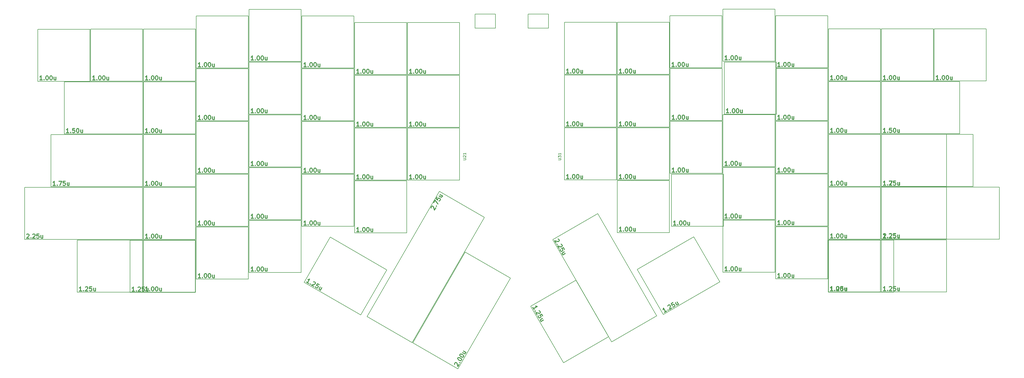
<source format=gbr>
G04 #@! TF.GenerationSoftware,KiCad,Pcbnew,(5.1.0)-1*
G04 #@! TF.CreationDate,2019-07-24T11:11:36-04:00*
G04 #@! TF.ProjectId,ogre,6f677265-2e6b-4696-9361-645f70636258,1.0*
G04 #@! TF.SameCoordinates,Original*
G04 #@! TF.FileFunction,Drawing*
%FSLAX46Y46*%
G04 Gerber Fmt 4.6, Leading zero omitted, Abs format (unit mm)*
G04 Created by KiCad (PCBNEW (5.1.0)-1) date 2019-07-24 11:11:36*
%MOMM*%
%LPD*%
G04 APERTURE LIST*
%ADD10C,0.152400*%
%ADD11C,0.200000*%
%ADD12C,0.304800*%
%ADD13C,0.150000*%
G04 APERTURE END LIST*
D10*
X239655000Y-84990000D02*
X239655000Y-66194000D01*
X258451000Y-84990000D02*
X239655000Y-84990000D01*
X258451000Y-66194000D02*
X258451000Y-84990000D01*
X239655000Y-66194000D02*
X258451000Y-66194000D01*
X40219500Y-68408000D02*
X40219500Y-49612000D01*
X68540500Y-68408000D02*
X40219500Y-68408000D01*
X68540500Y-49612000D02*
X68540500Y-68408000D01*
X40219500Y-49612000D02*
X68540500Y-49612000D01*
X334929480Y-87368000D02*
X334929480Y-68572000D01*
X358490520Y-87368000D02*
X334929480Y-87368000D01*
X358490520Y-68572000D02*
X358490520Y-87368000D01*
X334929480Y-68572000D02*
X358490520Y-68572000D01*
X163952000Y-66033000D02*
X163952000Y-47237000D01*
X182748000Y-66033000D02*
X163952000Y-66033000D01*
X182748000Y-47237000D02*
X182748000Y-66033000D01*
X163952000Y-47237000D02*
X182748000Y-47237000D01*
D11*
X195756000Y-25146000D02*
X195756000Y-30226000D01*
X188390000Y-25146000D02*
X195756000Y-25146000D01*
X188390000Y-30226000D02*
X188390000Y-25146000D01*
X195756000Y-30226000D02*
X188390000Y-30226000D01*
D10*
X35362980Y-87464000D02*
X35362980Y-68668000D01*
X68449020Y-87464000D02*
X35362980Y-87464000D01*
X68449020Y-68668000D02*
X68449020Y-87464000D01*
X35362980Y-68668000D02*
X68449020Y-68668000D01*
X182197407Y-153206799D02*
X165919593Y-143808799D01*
X201120407Y-120431201D02*
X182197407Y-153206799D01*
X184842593Y-111033201D02*
X201120407Y-120431201D01*
X165919593Y-143808799D02*
X184842593Y-111033201D01*
X175465103Y-89175432D02*
X191742917Y-98573432D01*
X149397083Y-134326568D02*
X175465103Y-89175432D01*
X165674897Y-143724568D02*
X149397083Y-134326568D01*
X191742917Y-98573432D02*
X165674897Y-143724568D01*
X87752000Y-44603000D02*
X87752000Y-25807000D01*
X106548000Y-44603000D02*
X87752000Y-44603000D01*
X106548000Y-25807000D02*
X106548000Y-44603000D01*
X87752000Y-25807000D02*
X106548000Y-25807000D01*
X68702000Y-49364000D02*
X68702000Y-30568000D01*
X87498000Y-49364000D02*
X68702000Y-49364000D01*
X87498000Y-30568000D02*
X87498000Y-49364000D01*
X68702000Y-30568000D02*
X87498000Y-30568000D01*
X49652000Y-49364000D02*
X49652000Y-30568000D01*
X68448000Y-49364000D02*
X49652000Y-49364000D01*
X68448000Y-30568000D02*
X68448000Y-49364000D01*
X49652000Y-30568000D02*
X68448000Y-30568000D01*
X30602000Y-49394000D02*
X30602000Y-30598000D01*
X49398000Y-49394000D02*
X30602000Y-49394000D01*
X49398000Y-30598000D02*
X49398000Y-49394000D01*
X30602000Y-30598000D02*
X49398000Y-30598000D01*
D11*
X214846000Y-25146000D02*
X214846000Y-30226000D01*
X207480000Y-25146000D02*
X214846000Y-25146000D01*
X207480000Y-30226000D02*
X207480000Y-25146000D01*
X214846000Y-30226000D02*
X207480000Y-30226000D01*
D10*
X63889480Y-125658000D02*
X63889480Y-106862000D01*
X87450520Y-125658000D02*
X63889480Y-125658000D01*
X87450520Y-106862000D02*
X87450520Y-125658000D01*
X63889480Y-106862000D02*
X87450520Y-106862000D01*
X315879480Y-125518000D02*
X315879480Y-106722000D01*
X339440520Y-125518000D02*
X315879480Y-125518000D01*
X339440520Y-106722000D02*
X339440520Y-125518000D01*
X315879480Y-106722000D02*
X339440520Y-106722000D01*
X334909480Y-106358000D02*
X334909480Y-87562000D01*
X358470520Y-106358000D02*
X334909480Y-106358000D01*
X358470520Y-87562000D02*
X358470520Y-106358000D01*
X334909480Y-87562000D02*
X358470520Y-87562000D01*
X353955000Y-49276000D02*
X353955000Y-30480000D01*
X372751000Y-49276000D02*
X353955000Y-49276000D01*
X372751000Y-30480000D02*
X372751000Y-49276000D01*
X353955000Y-30480000D02*
X372751000Y-30480000D01*
X334908480Y-106410000D02*
X334908480Y-87614000D01*
X377519520Y-106410000D02*
X334908480Y-106410000D01*
X377519520Y-87614000D02*
X377519520Y-106410000D01*
X334908480Y-87614000D02*
X377519520Y-87614000D01*
X315855000Y-106432000D02*
X315855000Y-87636000D01*
X334651000Y-106432000D02*
X315855000Y-106432000D01*
X334651000Y-87636000D02*
X334651000Y-106432000D01*
X315855000Y-87636000D02*
X334651000Y-87636000D01*
X68702000Y-106514000D02*
X68702000Y-87718000D01*
X87498000Y-106514000D02*
X68702000Y-106514000D01*
X87498000Y-87718000D02*
X87498000Y-106514000D01*
X68702000Y-87718000D02*
X87498000Y-87718000D01*
X25864480Y-106514000D02*
X25864480Y-87718000D01*
X68475520Y-106514000D02*
X25864480Y-106514000D01*
X68475520Y-87718000D02*
X68475520Y-106514000D01*
X25864480Y-87718000D02*
X68475520Y-87718000D01*
X106802000Y-42221000D02*
X106802000Y-23425000D01*
X125598000Y-42221000D02*
X106802000Y-42221000D01*
X125598000Y-23425000D02*
X125598000Y-42221000D01*
X106802000Y-23425000D02*
X125598000Y-23425000D01*
X125852000Y-44602000D02*
X125852000Y-25806000D01*
X144648000Y-44602000D02*
X125852000Y-44602000D01*
X144648000Y-25806000D02*
X144648000Y-44602000D01*
X125852000Y-25806000D02*
X144648000Y-25806000D01*
X144902000Y-46983000D02*
X144902000Y-28187000D01*
X163698000Y-46983000D02*
X144902000Y-46983000D01*
X163698000Y-28187000D02*
X163698000Y-46983000D01*
X144902000Y-28187000D02*
X163698000Y-28187000D01*
X163952000Y-46983000D02*
X163952000Y-28187000D01*
X182748000Y-46983000D02*
X163952000Y-46983000D01*
X182748000Y-28187000D02*
X182748000Y-46983000D01*
X163952000Y-28187000D02*
X182748000Y-28187000D01*
X220605000Y-46895000D02*
X220605000Y-28099000D01*
X239401000Y-46895000D02*
X220605000Y-46895000D01*
X239401000Y-28099000D02*
X239401000Y-46895000D01*
X220605000Y-28099000D02*
X239401000Y-28099000D01*
X239655000Y-46895000D02*
X239655000Y-28099000D01*
X258451000Y-46895000D02*
X239655000Y-46895000D01*
X258451000Y-28099000D02*
X258451000Y-46895000D01*
X239655000Y-28099000D02*
X258451000Y-28099000D01*
X258652000Y-44526000D02*
X258652000Y-25730000D01*
X277448000Y-44526000D02*
X258652000Y-44526000D01*
X277448000Y-25730000D02*
X277448000Y-44526000D01*
X258652000Y-25730000D02*
X277448000Y-25730000D01*
X277755000Y-42122000D02*
X277755000Y-23326000D01*
X296551000Y-42122000D02*
X277755000Y-42122000D01*
X296551000Y-23326000D02*
X296551000Y-42122000D01*
X277755000Y-23326000D02*
X296551000Y-23326000D01*
X296805000Y-44526000D02*
X296805000Y-25730000D01*
X315601000Y-44526000D02*
X296805000Y-44526000D01*
X315601000Y-25730000D02*
X315601000Y-44526000D01*
X296805000Y-25730000D02*
X315601000Y-25730000D01*
X315855000Y-49276000D02*
X315855000Y-30480000D01*
X334651000Y-49276000D02*
X315855000Y-49276000D01*
X334651000Y-30480000D02*
X334651000Y-49276000D01*
X315855000Y-30480000D02*
X334651000Y-30480000D01*
X334905000Y-49276000D02*
X334905000Y-30480000D01*
X353701000Y-49276000D02*
X334905000Y-49276000D01*
X353701000Y-30480000D02*
X353701000Y-49276000D01*
X334905000Y-30480000D02*
X353701000Y-30480000D01*
X68702000Y-68414000D02*
X68702000Y-49618000D01*
X87498000Y-68414000D02*
X68702000Y-68414000D01*
X87498000Y-49618000D02*
X87498000Y-68414000D01*
X68702000Y-49618000D02*
X87498000Y-49618000D01*
X87752000Y-63652000D02*
X87752000Y-44856000D01*
X106548000Y-63652000D02*
X87752000Y-63652000D01*
X106548000Y-44856000D02*
X106548000Y-63652000D01*
X87752000Y-44856000D02*
X106548000Y-44856000D01*
X106802000Y-61271000D02*
X106802000Y-42475000D01*
X125598000Y-61271000D02*
X106802000Y-61271000D01*
X125598000Y-42475000D02*
X125598000Y-61271000D01*
X106802000Y-42475000D02*
X125598000Y-42475000D01*
X125852000Y-63652000D02*
X125852000Y-44856000D01*
X144648000Y-63652000D02*
X125852000Y-63652000D01*
X144648000Y-44856000D02*
X144648000Y-63652000D01*
X125852000Y-44856000D02*
X144648000Y-44856000D01*
X144902000Y-66033000D02*
X144902000Y-47237000D01*
X163698000Y-66033000D02*
X144902000Y-66033000D01*
X163698000Y-47237000D02*
X163698000Y-66033000D01*
X144902000Y-47237000D02*
X163698000Y-47237000D01*
X220605000Y-65953000D02*
X220605000Y-47157000D01*
X239401000Y-65953000D02*
X220605000Y-65953000D01*
X239401000Y-47157000D02*
X239401000Y-65953000D01*
X220605000Y-47157000D02*
X239401000Y-47157000D01*
X239655000Y-65942000D02*
X239655000Y-47146000D01*
X258451000Y-65942000D02*
X239655000Y-65942000D01*
X258451000Y-47146000D02*
X258451000Y-65942000D01*
X239655000Y-47146000D02*
X258451000Y-47146000D01*
X258705000Y-63561000D02*
X258705000Y-44765000D01*
X277501000Y-63561000D02*
X258705000Y-63561000D01*
X277501000Y-44765000D02*
X277501000Y-63561000D01*
X258705000Y-44765000D02*
X277501000Y-44765000D01*
X278252000Y-61271000D02*
X278252000Y-42475000D01*
X297048000Y-61271000D02*
X278252000Y-61271000D01*
X297048000Y-42475000D02*
X297048000Y-61271000D01*
X278252000Y-42475000D02*
X297048000Y-42475000D01*
X296805000Y-63572000D02*
X296805000Y-44776000D01*
X315601000Y-63572000D02*
X296805000Y-63572000D01*
X315601000Y-44776000D02*
X315601000Y-63572000D01*
X296805000Y-44776000D02*
X315601000Y-44776000D01*
X315855000Y-68338000D02*
X315855000Y-49542000D01*
X334651000Y-68338000D02*
X315855000Y-68338000D01*
X334651000Y-49542000D02*
X334651000Y-68338000D01*
X315855000Y-49542000D02*
X334651000Y-49542000D01*
X334905500Y-68323000D02*
X334905500Y-49527000D01*
X363226500Y-68323000D02*
X334905500Y-68323000D01*
X363226500Y-49527000D02*
X363226500Y-68323000D01*
X334905500Y-49527000D02*
X363226500Y-49527000D01*
X68702000Y-87464000D02*
X68702000Y-68668000D01*
X87498000Y-87464000D02*
X68702000Y-87464000D01*
X87498000Y-68668000D02*
X87498000Y-87464000D01*
X68702000Y-68668000D02*
X87498000Y-68668000D01*
X87752000Y-82702000D02*
X87752000Y-63906000D01*
X106548000Y-82702000D02*
X87752000Y-82702000D01*
X106548000Y-63906000D02*
X106548000Y-82702000D01*
X87752000Y-63906000D02*
X106548000Y-63906000D01*
X106802000Y-80321000D02*
X106802000Y-61525000D01*
X125598000Y-80321000D02*
X106802000Y-80321000D01*
X125598000Y-61525000D02*
X125598000Y-80321000D01*
X106802000Y-61525000D02*
X125598000Y-61525000D01*
X125852000Y-82702000D02*
X125852000Y-63906000D01*
X144648000Y-82702000D02*
X125852000Y-82702000D01*
X144648000Y-63906000D02*
X144648000Y-82702000D01*
X125852000Y-63906000D02*
X144648000Y-63906000D01*
X144902000Y-85083000D02*
X144902000Y-66287000D01*
X163698000Y-85083000D02*
X144902000Y-85083000D01*
X163698000Y-66287000D02*
X163698000Y-85083000D01*
X144902000Y-66287000D02*
X163698000Y-66287000D01*
X163952000Y-85083000D02*
X163952000Y-66287000D01*
X182748000Y-85083000D02*
X163952000Y-85083000D01*
X182748000Y-66287000D02*
X182748000Y-85083000D01*
X163952000Y-66287000D02*
X182748000Y-66287000D01*
X220605000Y-84998000D02*
X220605000Y-66202000D01*
X239401000Y-84998000D02*
X220605000Y-84998000D01*
X239401000Y-66202000D02*
X239401000Y-84998000D01*
X220605000Y-66202000D02*
X239401000Y-66202000D01*
X258705000Y-82609000D02*
X258705000Y-63813000D01*
X277501000Y-82609000D02*
X258705000Y-82609000D01*
X277501000Y-63813000D02*
X277501000Y-82609000D01*
X258705000Y-63813000D02*
X277501000Y-63813000D01*
X277755000Y-80247000D02*
X277755000Y-61451000D01*
X296551000Y-80247000D02*
X277755000Y-80247000D01*
X296551000Y-61451000D02*
X296551000Y-80247000D01*
X277755000Y-61451000D02*
X296551000Y-61451000D01*
X296805000Y-82615000D02*
X296805000Y-63819000D01*
X315601000Y-82615000D02*
X296805000Y-82615000D01*
X315601000Y-63819000D02*
X315601000Y-82615000D01*
X296805000Y-63819000D02*
X315601000Y-63819000D01*
X315855000Y-87376000D02*
X315855000Y-68580000D01*
X334651000Y-87376000D02*
X315855000Y-87376000D01*
X334651000Y-68580000D02*
X334651000Y-87376000D01*
X315855000Y-68580000D02*
X334651000Y-68580000D01*
X334903980Y-87368000D02*
X334903980Y-68572000D01*
X367990020Y-87368000D02*
X334903980Y-87368000D01*
X367990020Y-68572000D02*
X367990020Y-87368000D01*
X334903980Y-68572000D02*
X367990020Y-68572000D01*
X87752000Y-101752000D02*
X87752000Y-82956000D01*
X106548000Y-101752000D02*
X87752000Y-101752000D01*
X106548000Y-82956000D02*
X106548000Y-101752000D01*
X87752000Y-82956000D02*
X106548000Y-82956000D01*
X106802000Y-99371000D02*
X106802000Y-80575000D01*
X125598000Y-99371000D02*
X106802000Y-99371000D01*
X125598000Y-80575000D02*
X125598000Y-99371000D01*
X106802000Y-80575000D02*
X125598000Y-80575000D01*
X125852000Y-101752000D02*
X125852000Y-82956000D01*
X144648000Y-101752000D02*
X125852000Y-101752000D01*
X144648000Y-82956000D02*
X144648000Y-101752000D01*
X125852000Y-82956000D02*
X144648000Y-82956000D01*
X144902000Y-104133000D02*
X144902000Y-85337000D01*
X163698000Y-104133000D02*
X144902000Y-104133000D01*
X163698000Y-85337000D02*
X163698000Y-104133000D01*
X144902000Y-85337000D02*
X163698000Y-85337000D01*
X239655000Y-104014000D02*
X239655000Y-85218000D01*
X258451000Y-104014000D02*
X239655000Y-104014000D01*
X258451000Y-85218000D02*
X258451000Y-104014000D01*
X239655000Y-85218000D02*
X258451000Y-85218000D01*
X259202000Y-101752000D02*
X259202000Y-82956000D01*
X277998000Y-101752000D02*
X259202000Y-101752000D01*
X277998000Y-82956000D02*
X277998000Y-101752000D01*
X259202000Y-82956000D02*
X277998000Y-82956000D01*
X277755000Y-99276000D02*
X277755000Y-80480000D01*
X296551000Y-99276000D02*
X277755000Y-99276000D01*
X296551000Y-80480000D02*
X296551000Y-99276000D01*
X277755000Y-80480000D02*
X296551000Y-80480000D01*
X296805000Y-101658000D02*
X296805000Y-82862000D01*
X315601000Y-101658000D02*
X296805000Y-101658000D01*
X315601000Y-82862000D02*
X315601000Y-101658000D01*
X296805000Y-82862000D02*
X315601000Y-82862000D01*
X44887480Y-125564000D02*
X44887480Y-106768000D01*
X68448520Y-125564000D02*
X44887480Y-125564000D01*
X68448520Y-106768000D02*
X68448520Y-125564000D01*
X44887480Y-106768000D02*
X68448520Y-106768000D01*
X68702000Y-125564000D02*
X68702000Y-106768000D01*
X87498000Y-125564000D02*
X68702000Y-125564000D01*
X87498000Y-106768000D02*
X87498000Y-125564000D01*
X68702000Y-106768000D02*
X87498000Y-106768000D01*
X87752000Y-120802000D02*
X87752000Y-102006000D01*
X106548000Y-120802000D02*
X87752000Y-120802000D01*
X106548000Y-102006000D02*
X106548000Y-120802000D01*
X87752000Y-102006000D02*
X106548000Y-102006000D01*
X106802000Y-118421000D02*
X106802000Y-99625000D01*
X125598000Y-118421000D02*
X106802000Y-118421000D01*
X125598000Y-99625000D02*
X125598000Y-118421000D01*
X106802000Y-99625000D02*
X125598000Y-99625000D01*
X126678770Y-121968647D02*
X136076770Y-105690833D01*
X147083230Y-133749167D02*
X126678770Y-121968647D01*
X156481230Y-117471353D02*
X147083230Y-133749167D01*
X136076770Y-105690833D02*
X156481230Y-117471353D01*
X208460833Y-130646770D02*
X224738647Y-121248770D01*
X220241353Y-151051230D02*
X208460833Y-130646770D01*
X236519167Y-141653230D02*
X220241353Y-151051230D01*
X224738647Y-121248770D02*
X236519167Y-141653230D01*
X216348333Y-106617878D02*
X232626147Y-97219878D01*
X237653853Y-143520122D02*
X216348333Y-106617878D01*
X253931667Y-134122122D02*
X237653853Y-143520122D01*
X232626147Y-97219878D02*
X253931667Y-134122122D01*
X256276770Y-133609167D02*
X246878770Y-117331353D01*
X276681230Y-121828647D02*
X256276770Y-133609167D01*
X267283230Y-105550833D02*
X276681230Y-121828647D01*
X246878770Y-117331353D02*
X267283230Y-105550833D01*
X277755000Y-118329000D02*
X277755000Y-99533000D01*
X296551000Y-118329000D02*
X277755000Y-118329000D01*
X296551000Y-99533000D02*
X296551000Y-118329000D01*
X277755000Y-99533000D02*
X296551000Y-99533000D01*
X296805000Y-120722000D02*
X296805000Y-101926000D01*
X315601000Y-120722000D02*
X296805000Y-120722000D01*
X315601000Y-101926000D02*
X315601000Y-120722000D01*
X296805000Y-101926000D02*
X315601000Y-101926000D01*
X315786000Y-125473000D02*
X315786000Y-106677000D01*
X334582000Y-125473000D02*
X315786000Y-125473000D01*
X334582000Y-106677000D02*
X334582000Y-125473000D01*
X315786000Y-106677000D02*
X334582000Y-106677000D01*
X334904480Y-125488000D02*
X334904480Y-106692000D01*
X358465520Y-125488000D02*
X334904480Y-125488000D01*
X358465520Y-106692000D02*
X358465520Y-125488000D01*
X334904480Y-106692000D02*
X358465520Y-106692000D01*
D12*
X241269714Y-84536428D02*
X240398857Y-84536428D01*
X240834285Y-84536428D02*
X240834285Y-83012428D01*
X240689142Y-83230142D01*
X240544000Y-83375285D01*
X240398857Y-83447857D01*
X241922857Y-84391285D02*
X241995428Y-84463857D01*
X241922857Y-84536428D01*
X241850285Y-84463857D01*
X241922857Y-84391285D01*
X241922857Y-84536428D01*
X242938857Y-83012428D02*
X243084000Y-83012428D01*
X243229142Y-83085000D01*
X243301714Y-83157571D01*
X243374285Y-83302714D01*
X243446857Y-83593000D01*
X243446857Y-83955857D01*
X243374285Y-84246142D01*
X243301714Y-84391285D01*
X243229142Y-84463857D01*
X243084000Y-84536428D01*
X242938857Y-84536428D01*
X242793714Y-84463857D01*
X242721142Y-84391285D01*
X242648571Y-84246142D01*
X242576000Y-83955857D01*
X242576000Y-83593000D01*
X242648571Y-83302714D01*
X242721142Y-83157571D01*
X242793714Y-83085000D01*
X242938857Y-83012428D01*
X244390285Y-83012428D02*
X244535428Y-83012428D01*
X244680571Y-83085000D01*
X244753142Y-83157571D01*
X244825714Y-83302714D01*
X244898285Y-83593000D01*
X244898285Y-83955857D01*
X244825714Y-84246142D01*
X244753142Y-84391285D01*
X244680571Y-84463857D01*
X244535428Y-84536428D01*
X244390285Y-84536428D01*
X244245142Y-84463857D01*
X244172571Y-84391285D01*
X244100000Y-84246142D01*
X244027428Y-83955857D01*
X244027428Y-83593000D01*
X244100000Y-83302714D01*
X244172571Y-83157571D01*
X244245142Y-83085000D01*
X244390285Y-83012428D01*
X246204571Y-83520428D02*
X246204571Y-84536428D01*
X245551428Y-83520428D02*
X245551428Y-84318714D01*
X245624000Y-84463857D01*
X245769142Y-84536428D01*
X245986857Y-84536428D01*
X246132000Y-84463857D01*
X246204571Y-84391285D01*
X41834214Y-67954428D02*
X40963357Y-67954428D01*
X41398785Y-67954428D02*
X41398785Y-66430428D01*
X41253642Y-66648142D01*
X41108500Y-66793285D01*
X40963357Y-66865857D01*
X42487357Y-67809285D02*
X42559928Y-67881857D01*
X42487357Y-67954428D01*
X42414785Y-67881857D01*
X42487357Y-67809285D01*
X42487357Y-67954428D01*
X43938785Y-66430428D02*
X43213071Y-66430428D01*
X43140500Y-67156142D01*
X43213071Y-67083571D01*
X43358214Y-67011000D01*
X43721071Y-67011000D01*
X43866214Y-67083571D01*
X43938785Y-67156142D01*
X44011357Y-67301285D01*
X44011357Y-67664142D01*
X43938785Y-67809285D01*
X43866214Y-67881857D01*
X43721071Y-67954428D01*
X43358214Y-67954428D01*
X43213071Y-67881857D01*
X43140500Y-67809285D01*
X44954785Y-66430428D02*
X45099928Y-66430428D01*
X45245071Y-66503000D01*
X45317642Y-66575571D01*
X45390214Y-66720714D01*
X45462785Y-67011000D01*
X45462785Y-67373857D01*
X45390214Y-67664142D01*
X45317642Y-67809285D01*
X45245071Y-67881857D01*
X45099928Y-67954428D01*
X44954785Y-67954428D01*
X44809642Y-67881857D01*
X44737071Y-67809285D01*
X44664500Y-67664142D01*
X44591928Y-67373857D01*
X44591928Y-67011000D01*
X44664500Y-66720714D01*
X44737071Y-66575571D01*
X44809642Y-66503000D01*
X44954785Y-66430428D01*
X46769071Y-66938428D02*
X46769071Y-67954428D01*
X46115928Y-66938428D02*
X46115928Y-67736714D01*
X46188500Y-67881857D01*
X46333642Y-67954428D01*
X46551357Y-67954428D01*
X46696500Y-67881857D01*
X46769071Y-67809285D01*
D13*
X218382380Y-77828095D02*
X219191904Y-77828095D01*
X219287142Y-77780476D01*
X219334761Y-77732857D01*
X219382380Y-77637619D01*
X219382380Y-77447142D01*
X219334761Y-77351904D01*
X219287142Y-77304285D01*
X219191904Y-77256666D01*
X218382380Y-77256666D01*
X218382380Y-76875714D02*
X218382380Y-76256666D01*
X218763333Y-76590000D01*
X218763333Y-76447142D01*
X218810952Y-76351904D01*
X218858571Y-76304285D01*
X218953809Y-76256666D01*
X219191904Y-76256666D01*
X219287142Y-76304285D01*
X219334761Y-76351904D01*
X219382380Y-76447142D01*
X219382380Y-76732857D01*
X219334761Y-76828095D01*
X219287142Y-76875714D01*
X219382380Y-75304285D02*
X219382380Y-75875714D01*
X219382380Y-75590000D02*
X218382380Y-75590000D01*
X218525238Y-75685238D01*
X218620476Y-75780476D01*
X218668095Y-75875714D01*
X184082380Y-77778095D02*
X184891904Y-77778095D01*
X184987142Y-77730476D01*
X185034761Y-77682857D01*
X185082380Y-77587619D01*
X185082380Y-77397142D01*
X185034761Y-77301904D01*
X184987142Y-77254285D01*
X184891904Y-77206666D01*
X184082380Y-77206666D01*
X184177619Y-76778095D02*
X184130000Y-76730476D01*
X184082380Y-76635238D01*
X184082380Y-76397142D01*
X184130000Y-76301904D01*
X184177619Y-76254285D01*
X184272857Y-76206666D01*
X184368095Y-76206666D01*
X184510952Y-76254285D01*
X185082380Y-76825714D01*
X185082380Y-76206666D01*
X185082380Y-75254285D02*
X185082380Y-75825714D01*
X185082380Y-75540000D02*
X184082380Y-75540000D01*
X184225238Y-75635238D01*
X184320476Y-75730476D01*
X184368095Y-75825714D01*
D12*
X336544194Y-86914428D02*
X335673337Y-86914428D01*
X336108765Y-86914428D02*
X336108765Y-85390428D01*
X335963622Y-85608142D01*
X335818480Y-85753285D01*
X335673337Y-85825857D01*
X337197337Y-86769285D02*
X337269908Y-86841857D01*
X337197337Y-86914428D01*
X337124765Y-86841857D01*
X337197337Y-86769285D01*
X337197337Y-86914428D01*
X337850480Y-85535571D02*
X337923051Y-85463000D01*
X338068194Y-85390428D01*
X338431051Y-85390428D01*
X338576194Y-85463000D01*
X338648765Y-85535571D01*
X338721337Y-85680714D01*
X338721337Y-85825857D01*
X338648765Y-86043571D01*
X337777908Y-86914428D01*
X338721337Y-86914428D01*
X340100194Y-85390428D02*
X339374480Y-85390428D01*
X339301908Y-86116142D01*
X339374480Y-86043571D01*
X339519622Y-85971000D01*
X339882480Y-85971000D01*
X340027622Y-86043571D01*
X340100194Y-86116142D01*
X340172765Y-86261285D01*
X340172765Y-86624142D01*
X340100194Y-86769285D01*
X340027622Y-86841857D01*
X339882480Y-86914428D01*
X339519622Y-86914428D01*
X339374480Y-86841857D01*
X339301908Y-86769285D01*
X341479051Y-85898428D02*
X341479051Y-86914428D01*
X340825908Y-85898428D02*
X340825908Y-86696714D01*
X340898480Y-86841857D01*
X341043622Y-86914428D01*
X341261337Y-86914428D01*
X341406480Y-86841857D01*
X341479051Y-86769285D01*
X165566714Y-65579428D02*
X164695857Y-65579428D01*
X165131285Y-65579428D02*
X165131285Y-64055428D01*
X164986142Y-64273142D01*
X164841000Y-64418285D01*
X164695857Y-64490857D01*
X166219857Y-65434285D02*
X166292428Y-65506857D01*
X166219857Y-65579428D01*
X166147285Y-65506857D01*
X166219857Y-65434285D01*
X166219857Y-65579428D01*
X167235857Y-64055428D02*
X167381000Y-64055428D01*
X167526142Y-64128000D01*
X167598714Y-64200571D01*
X167671285Y-64345714D01*
X167743857Y-64636000D01*
X167743857Y-64998857D01*
X167671285Y-65289142D01*
X167598714Y-65434285D01*
X167526142Y-65506857D01*
X167381000Y-65579428D01*
X167235857Y-65579428D01*
X167090714Y-65506857D01*
X167018142Y-65434285D01*
X166945571Y-65289142D01*
X166873000Y-64998857D01*
X166873000Y-64636000D01*
X166945571Y-64345714D01*
X167018142Y-64200571D01*
X167090714Y-64128000D01*
X167235857Y-64055428D01*
X168687285Y-64055428D02*
X168832428Y-64055428D01*
X168977571Y-64128000D01*
X169050142Y-64200571D01*
X169122714Y-64345714D01*
X169195285Y-64636000D01*
X169195285Y-64998857D01*
X169122714Y-65289142D01*
X169050142Y-65434285D01*
X168977571Y-65506857D01*
X168832428Y-65579428D01*
X168687285Y-65579428D01*
X168542142Y-65506857D01*
X168469571Y-65434285D01*
X168397000Y-65289142D01*
X168324428Y-64998857D01*
X168324428Y-64636000D01*
X168397000Y-64345714D01*
X168469571Y-64200571D01*
X168542142Y-64128000D01*
X168687285Y-64055428D01*
X170501571Y-64563428D02*
X170501571Y-65579428D01*
X169848428Y-64563428D02*
X169848428Y-65361714D01*
X169921000Y-65506857D01*
X170066142Y-65579428D01*
X170283857Y-65579428D01*
X170429000Y-65506857D01*
X170501571Y-65434285D01*
X36977694Y-87010428D02*
X36106837Y-87010428D01*
X36542265Y-87010428D02*
X36542265Y-85486428D01*
X36397122Y-85704142D01*
X36251980Y-85849285D01*
X36106837Y-85921857D01*
X37630837Y-86865285D02*
X37703408Y-86937857D01*
X37630837Y-87010428D01*
X37558265Y-86937857D01*
X37630837Y-86865285D01*
X37630837Y-87010428D01*
X38211408Y-85486428D02*
X39227408Y-85486428D01*
X38574265Y-87010428D01*
X40533694Y-85486428D02*
X39807980Y-85486428D01*
X39735408Y-86212142D01*
X39807980Y-86139571D01*
X39953122Y-86067000D01*
X40315980Y-86067000D01*
X40461122Y-86139571D01*
X40533694Y-86212142D01*
X40606265Y-86357285D01*
X40606265Y-86720142D01*
X40533694Y-86865285D01*
X40461122Y-86937857D01*
X40315980Y-87010428D01*
X39953122Y-87010428D01*
X39807980Y-86937857D01*
X39735408Y-86865285D01*
X41912551Y-85994428D02*
X41912551Y-87010428D01*
X41259408Y-85994428D02*
X41259408Y-86792714D01*
X41331980Y-86937857D01*
X41477122Y-87010428D01*
X41694837Y-87010428D01*
X41839980Y-86937857D01*
X41912551Y-86865285D01*
X180982405Y-151646385D02*
X180955842Y-151547250D01*
X180965565Y-151385267D01*
X181146994Y-151071024D01*
X181282414Y-150981612D01*
X181381548Y-150955049D01*
X181543531Y-150964772D01*
X181669229Y-151037343D01*
X181821489Y-151209049D01*
X182140245Y-152398662D01*
X182611959Y-151581629D01*
X182812833Y-150943419D02*
X182911968Y-150916856D01*
X182938531Y-151015990D01*
X182839396Y-151042553D01*
X182812833Y-150943419D01*
X182938531Y-151015990D01*
X182126708Y-149374109D02*
X182199279Y-149248411D01*
X182334700Y-149159000D01*
X182433834Y-149132437D01*
X182595817Y-149142159D01*
X182883498Y-149224453D01*
X183197741Y-149405882D01*
X183412850Y-149613874D01*
X183502262Y-149749294D01*
X183528825Y-149848428D01*
X183519102Y-150010411D01*
X183446531Y-150136109D01*
X183311111Y-150225520D01*
X183211976Y-150252083D01*
X183049993Y-150242361D01*
X182762313Y-150160066D01*
X182448069Y-149978638D01*
X182232960Y-149770646D01*
X182143548Y-149635226D01*
X182116985Y-149536092D01*
X182126708Y-149374109D01*
X182852422Y-148117135D02*
X182924994Y-147991437D01*
X183060414Y-147902026D01*
X183159548Y-147875463D01*
X183321531Y-147885185D01*
X183609212Y-147967479D01*
X183923455Y-148148908D01*
X184138564Y-148356900D01*
X184227976Y-148492320D01*
X184254539Y-148591454D01*
X184244816Y-148753437D01*
X184172245Y-148879135D01*
X184036825Y-148968546D01*
X183937690Y-148995109D01*
X183775707Y-148985387D01*
X183488027Y-148903092D01*
X183173783Y-148721664D01*
X182958674Y-148513672D01*
X182869263Y-148378252D01*
X182842700Y-148279118D01*
X182852422Y-148117135D01*
X184199506Y-146799917D02*
X185079388Y-147307917D01*
X183872935Y-147365555D02*
X184564270Y-147764698D01*
X184726253Y-147774421D01*
X184861674Y-147685009D01*
X184970531Y-147496463D01*
X184980253Y-147334480D01*
X184953690Y-147235346D01*
X172546835Y-95137162D02*
X172520272Y-95038027D01*
X172529995Y-94876044D01*
X172711424Y-94561801D01*
X172846844Y-94472389D01*
X172945978Y-94445826D01*
X173107961Y-94455549D01*
X173233659Y-94528120D01*
X173385919Y-94699826D01*
X173704675Y-95889439D01*
X174176389Y-95072406D01*
X174377263Y-94434196D02*
X174476398Y-94407633D01*
X174502961Y-94506767D01*
X174403826Y-94533330D01*
X174377263Y-94434196D01*
X174502961Y-94506767D01*
X173473424Y-93241978D02*
X173981424Y-92362096D01*
X174974675Y-93689734D01*
X174634567Y-91230819D02*
X174271709Y-91859306D01*
X174863911Y-92285012D01*
X174837348Y-92185878D01*
X174847070Y-92023895D01*
X175028499Y-91709651D01*
X175163919Y-91620240D01*
X175263054Y-91593677D01*
X175425037Y-91603399D01*
X175739280Y-91784828D01*
X175828692Y-91920248D01*
X175855255Y-92019382D01*
X175845532Y-92181366D01*
X175664104Y-92495609D01*
X175528683Y-92585021D01*
X175429549Y-92611584D01*
X175763936Y-90290694D02*
X176643818Y-90798694D01*
X175437365Y-90856332D02*
X176128700Y-91255475D01*
X176290683Y-91265198D01*
X176426104Y-91175786D01*
X176534961Y-90987240D01*
X176544683Y-90825257D01*
X176518120Y-90726123D01*
X89366714Y-44149428D02*
X88495857Y-44149428D01*
X88931285Y-44149428D02*
X88931285Y-42625428D01*
X88786142Y-42843142D01*
X88641000Y-42988285D01*
X88495857Y-43060857D01*
X90019857Y-44004285D02*
X90092428Y-44076857D01*
X90019857Y-44149428D01*
X89947285Y-44076857D01*
X90019857Y-44004285D01*
X90019857Y-44149428D01*
X91035857Y-42625428D02*
X91181000Y-42625428D01*
X91326142Y-42698000D01*
X91398714Y-42770571D01*
X91471285Y-42915714D01*
X91543857Y-43206000D01*
X91543857Y-43568857D01*
X91471285Y-43859142D01*
X91398714Y-44004285D01*
X91326142Y-44076857D01*
X91181000Y-44149428D01*
X91035857Y-44149428D01*
X90890714Y-44076857D01*
X90818142Y-44004285D01*
X90745571Y-43859142D01*
X90673000Y-43568857D01*
X90673000Y-43206000D01*
X90745571Y-42915714D01*
X90818142Y-42770571D01*
X90890714Y-42698000D01*
X91035857Y-42625428D01*
X92487285Y-42625428D02*
X92632428Y-42625428D01*
X92777571Y-42698000D01*
X92850142Y-42770571D01*
X92922714Y-42915714D01*
X92995285Y-43206000D01*
X92995285Y-43568857D01*
X92922714Y-43859142D01*
X92850142Y-44004285D01*
X92777571Y-44076857D01*
X92632428Y-44149428D01*
X92487285Y-44149428D01*
X92342142Y-44076857D01*
X92269571Y-44004285D01*
X92197000Y-43859142D01*
X92124428Y-43568857D01*
X92124428Y-43206000D01*
X92197000Y-42915714D01*
X92269571Y-42770571D01*
X92342142Y-42698000D01*
X92487285Y-42625428D01*
X94301571Y-43133428D02*
X94301571Y-44149428D01*
X93648428Y-43133428D02*
X93648428Y-43931714D01*
X93721000Y-44076857D01*
X93866142Y-44149428D01*
X94083857Y-44149428D01*
X94229000Y-44076857D01*
X94301571Y-44004285D01*
X70316714Y-48910428D02*
X69445857Y-48910428D01*
X69881285Y-48910428D02*
X69881285Y-47386428D01*
X69736142Y-47604142D01*
X69591000Y-47749285D01*
X69445857Y-47821857D01*
X70969857Y-48765285D02*
X71042428Y-48837857D01*
X70969857Y-48910428D01*
X70897285Y-48837857D01*
X70969857Y-48765285D01*
X70969857Y-48910428D01*
X71985857Y-47386428D02*
X72131000Y-47386428D01*
X72276142Y-47459000D01*
X72348714Y-47531571D01*
X72421285Y-47676714D01*
X72493857Y-47967000D01*
X72493857Y-48329857D01*
X72421285Y-48620142D01*
X72348714Y-48765285D01*
X72276142Y-48837857D01*
X72131000Y-48910428D01*
X71985857Y-48910428D01*
X71840714Y-48837857D01*
X71768142Y-48765285D01*
X71695571Y-48620142D01*
X71623000Y-48329857D01*
X71623000Y-47967000D01*
X71695571Y-47676714D01*
X71768142Y-47531571D01*
X71840714Y-47459000D01*
X71985857Y-47386428D01*
X73437285Y-47386428D02*
X73582428Y-47386428D01*
X73727571Y-47459000D01*
X73800142Y-47531571D01*
X73872714Y-47676714D01*
X73945285Y-47967000D01*
X73945285Y-48329857D01*
X73872714Y-48620142D01*
X73800142Y-48765285D01*
X73727571Y-48837857D01*
X73582428Y-48910428D01*
X73437285Y-48910428D01*
X73292142Y-48837857D01*
X73219571Y-48765285D01*
X73147000Y-48620142D01*
X73074428Y-48329857D01*
X73074428Y-47967000D01*
X73147000Y-47676714D01*
X73219571Y-47531571D01*
X73292142Y-47459000D01*
X73437285Y-47386428D01*
X75251571Y-47894428D02*
X75251571Y-48910428D01*
X74598428Y-47894428D02*
X74598428Y-48692714D01*
X74671000Y-48837857D01*
X74816142Y-48910428D01*
X75033857Y-48910428D01*
X75179000Y-48837857D01*
X75251571Y-48765285D01*
X51266714Y-48910428D02*
X50395857Y-48910428D01*
X50831285Y-48910428D02*
X50831285Y-47386428D01*
X50686142Y-47604142D01*
X50541000Y-47749285D01*
X50395857Y-47821857D01*
X51919857Y-48765285D02*
X51992428Y-48837857D01*
X51919857Y-48910428D01*
X51847285Y-48837857D01*
X51919857Y-48765285D01*
X51919857Y-48910428D01*
X52935857Y-47386428D02*
X53081000Y-47386428D01*
X53226142Y-47459000D01*
X53298714Y-47531571D01*
X53371285Y-47676714D01*
X53443857Y-47967000D01*
X53443857Y-48329857D01*
X53371285Y-48620142D01*
X53298714Y-48765285D01*
X53226142Y-48837857D01*
X53081000Y-48910428D01*
X52935857Y-48910428D01*
X52790714Y-48837857D01*
X52718142Y-48765285D01*
X52645571Y-48620142D01*
X52573000Y-48329857D01*
X52573000Y-47967000D01*
X52645571Y-47676714D01*
X52718142Y-47531571D01*
X52790714Y-47459000D01*
X52935857Y-47386428D01*
X54387285Y-47386428D02*
X54532428Y-47386428D01*
X54677571Y-47459000D01*
X54750142Y-47531571D01*
X54822714Y-47676714D01*
X54895285Y-47967000D01*
X54895285Y-48329857D01*
X54822714Y-48620142D01*
X54750142Y-48765285D01*
X54677571Y-48837857D01*
X54532428Y-48910428D01*
X54387285Y-48910428D01*
X54242142Y-48837857D01*
X54169571Y-48765285D01*
X54097000Y-48620142D01*
X54024428Y-48329857D01*
X54024428Y-47967000D01*
X54097000Y-47676714D01*
X54169571Y-47531571D01*
X54242142Y-47459000D01*
X54387285Y-47386428D01*
X56201571Y-47894428D02*
X56201571Y-48910428D01*
X55548428Y-47894428D02*
X55548428Y-48692714D01*
X55621000Y-48837857D01*
X55766142Y-48910428D01*
X55983857Y-48910428D01*
X56129000Y-48837857D01*
X56201571Y-48765285D01*
X32216714Y-48940428D02*
X31345857Y-48940428D01*
X31781285Y-48940428D02*
X31781285Y-47416428D01*
X31636142Y-47634142D01*
X31491000Y-47779285D01*
X31345857Y-47851857D01*
X32869857Y-48795285D02*
X32942428Y-48867857D01*
X32869857Y-48940428D01*
X32797285Y-48867857D01*
X32869857Y-48795285D01*
X32869857Y-48940428D01*
X33885857Y-47416428D02*
X34031000Y-47416428D01*
X34176142Y-47489000D01*
X34248714Y-47561571D01*
X34321285Y-47706714D01*
X34393857Y-47997000D01*
X34393857Y-48359857D01*
X34321285Y-48650142D01*
X34248714Y-48795285D01*
X34176142Y-48867857D01*
X34031000Y-48940428D01*
X33885857Y-48940428D01*
X33740714Y-48867857D01*
X33668142Y-48795285D01*
X33595571Y-48650142D01*
X33523000Y-48359857D01*
X33523000Y-47997000D01*
X33595571Y-47706714D01*
X33668142Y-47561571D01*
X33740714Y-47489000D01*
X33885857Y-47416428D01*
X35337285Y-47416428D02*
X35482428Y-47416428D01*
X35627571Y-47489000D01*
X35700142Y-47561571D01*
X35772714Y-47706714D01*
X35845285Y-47997000D01*
X35845285Y-48359857D01*
X35772714Y-48650142D01*
X35700142Y-48795285D01*
X35627571Y-48867857D01*
X35482428Y-48940428D01*
X35337285Y-48940428D01*
X35192142Y-48867857D01*
X35119571Y-48795285D01*
X35047000Y-48650142D01*
X34974428Y-48359857D01*
X34974428Y-47997000D01*
X35047000Y-47706714D01*
X35119571Y-47561571D01*
X35192142Y-47489000D01*
X35337285Y-47416428D01*
X37151571Y-47924428D02*
X37151571Y-48940428D01*
X36498428Y-47924428D02*
X36498428Y-48722714D01*
X36571000Y-48867857D01*
X36716142Y-48940428D01*
X36933857Y-48940428D01*
X37079000Y-48867857D01*
X37151571Y-48795285D01*
X65504194Y-125204428D02*
X64633337Y-125204428D01*
X65068765Y-125204428D02*
X65068765Y-123680428D01*
X64923622Y-123898142D01*
X64778480Y-124043285D01*
X64633337Y-124115857D01*
X66157337Y-125059285D02*
X66229908Y-125131857D01*
X66157337Y-125204428D01*
X66084765Y-125131857D01*
X66157337Y-125059285D01*
X66157337Y-125204428D01*
X66810480Y-123825571D02*
X66883051Y-123753000D01*
X67028194Y-123680428D01*
X67391051Y-123680428D01*
X67536194Y-123753000D01*
X67608765Y-123825571D01*
X67681337Y-123970714D01*
X67681337Y-124115857D01*
X67608765Y-124333571D01*
X66737908Y-125204428D01*
X67681337Y-125204428D01*
X69060194Y-123680428D02*
X68334480Y-123680428D01*
X68261908Y-124406142D01*
X68334480Y-124333571D01*
X68479622Y-124261000D01*
X68842480Y-124261000D01*
X68987622Y-124333571D01*
X69060194Y-124406142D01*
X69132765Y-124551285D01*
X69132765Y-124914142D01*
X69060194Y-125059285D01*
X68987622Y-125131857D01*
X68842480Y-125204428D01*
X68479622Y-125204428D01*
X68334480Y-125131857D01*
X68261908Y-125059285D01*
X70439051Y-124188428D02*
X70439051Y-125204428D01*
X69785908Y-124188428D02*
X69785908Y-124986714D01*
X69858480Y-125131857D01*
X70003622Y-125204428D01*
X70221337Y-125204428D01*
X70366480Y-125131857D01*
X70439051Y-125059285D01*
X317494194Y-125064428D02*
X316623337Y-125064428D01*
X317058765Y-125064428D02*
X317058765Y-123540428D01*
X316913622Y-123758142D01*
X316768480Y-123903285D01*
X316623337Y-123975857D01*
X318147337Y-124919285D02*
X318219908Y-124991857D01*
X318147337Y-125064428D01*
X318074765Y-124991857D01*
X318147337Y-124919285D01*
X318147337Y-125064428D01*
X318800480Y-123685571D02*
X318873051Y-123613000D01*
X319018194Y-123540428D01*
X319381051Y-123540428D01*
X319526194Y-123613000D01*
X319598765Y-123685571D01*
X319671337Y-123830714D01*
X319671337Y-123975857D01*
X319598765Y-124193571D01*
X318727908Y-125064428D01*
X319671337Y-125064428D01*
X321050194Y-123540428D02*
X320324480Y-123540428D01*
X320251908Y-124266142D01*
X320324480Y-124193571D01*
X320469622Y-124121000D01*
X320832480Y-124121000D01*
X320977622Y-124193571D01*
X321050194Y-124266142D01*
X321122765Y-124411285D01*
X321122765Y-124774142D01*
X321050194Y-124919285D01*
X320977622Y-124991857D01*
X320832480Y-125064428D01*
X320469622Y-125064428D01*
X320324480Y-124991857D01*
X320251908Y-124919285D01*
X322429051Y-124048428D02*
X322429051Y-125064428D01*
X321775908Y-124048428D02*
X321775908Y-124846714D01*
X321848480Y-124991857D01*
X321993622Y-125064428D01*
X322211337Y-125064428D01*
X322356480Y-124991857D01*
X322429051Y-124919285D01*
X336524194Y-105904428D02*
X335653337Y-105904428D01*
X336088765Y-105904428D02*
X336088765Y-104380428D01*
X335943622Y-104598142D01*
X335798480Y-104743285D01*
X335653337Y-104815857D01*
X337177337Y-105759285D02*
X337249908Y-105831857D01*
X337177337Y-105904428D01*
X337104765Y-105831857D01*
X337177337Y-105759285D01*
X337177337Y-105904428D01*
X337830480Y-104525571D02*
X337903051Y-104453000D01*
X338048194Y-104380428D01*
X338411051Y-104380428D01*
X338556194Y-104453000D01*
X338628765Y-104525571D01*
X338701337Y-104670714D01*
X338701337Y-104815857D01*
X338628765Y-105033571D01*
X337757908Y-105904428D01*
X338701337Y-105904428D01*
X340080194Y-104380428D02*
X339354480Y-104380428D01*
X339281908Y-105106142D01*
X339354480Y-105033571D01*
X339499622Y-104961000D01*
X339862480Y-104961000D01*
X340007622Y-105033571D01*
X340080194Y-105106142D01*
X340152765Y-105251285D01*
X340152765Y-105614142D01*
X340080194Y-105759285D01*
X340007622Y-105831857D01*
X339862480Y-105904428D01*
X339499622Y-105904428D01*
X339354480Y-105831857D01*
X339281908Y-105759285D01*
X341459051Y-104888428D02*
X341459051Y-105904428D01*
X340805908Y-104888428D02*
X340805908Y-105686714D01*
X340878480Y-105831857D01*
X341023622Y-105904428D01*
X341241337Y-105904428D01*
X341386480Y-105831857D01*
X341459051Y-105759285D01*
X355569714Y-48822428D02*
X354698857Y-48822428D01*
X355134285Y-48822428D02*
X355134285Y-47298428D01*
X354989142Y-47516142D01*
X354844000Y-47661285D01*
X354698857Y-47733857D01*
X356222857Y-48677285D02*
X356295428Y-48749857D01*
X356222857Y-48822428D01*
X356150285Y-48749857D01*
X356222857Y-48677285D01*
X356222857Y-48822428D01*
X357238857Y-47298428D02*
X357384000Y-47298428D01*
X357529142Y-47371000D01*
X357601714Y-47443571D01*
X357674285Y-47588714D01*
X357746857Y-47879000D01*
X357746857Y-48241857D01*
X357674285Y-48532142D01*
X357601714Y-48677285D01*
X357529142Y-48749857D01*
X357384000Y-48822428D01*
X357238857Y-48822428D01*
X357093714Y-48749857D01*
X357021142Y-48677285D01*
X356948571Y-48532142D01*
X356876000Y-48241857D01*
X356876000Y-47879000D01*
X356948571Y-47588714D01*
X357021142Y-47443571D01*
X357093714Y-47371000D01*
X357238857Y-47298428D01*
X358690285Y-47298428D02*
X358835428Y-47298428D01*
X358980571Y-47371000D01*
X359053142Y-47443571D01*
X359125714Y-47588714D01*
X359198285Y-47879000D01*
X359198285Y-48241857D01*
X359125714Y-48532142D01*
X359053142Y-48677285D01*
X358980571Y-48749857D01*
X358835428Y-48822428D01*
X358690285Y-48822428D01*
X358545142Y-48749857D01*
X358472571Y-48677285D01*
X358400000Y-48532142D01*
X358327428Y-48241857D01*
X358327428Y-47879000D01*
X358400000Y-47588714D01*
X358472571Y-47443571D01*
X358545142Y-47371000D01*
X358690285Y-47298428D01*
X360504571Y-47806428D02*
X360504571Y-48822428D01*
X359851428Y-47806428D02*
X359851428Y-48604714D01*
X359924000Y-48749857D01*
X360069142Y-48822428D01*
X360286857Y-48822428D01*
X360432000Y-48749857D01*
X360504571Y-48677285D01*
X335652337Y-104577571D02*
X335724908Y-104505000D01*
X335870051Y-104432428D01*
X336232908Y-104432428D01*
X336378051Y-104505000D01*
X336450622Y-104577571D01*
X336523194Y-104722714D01*
X336523194Y-104867857D01*
X336450622Y-105085571D01*
X335579765Y-105956428D01*
X336523194Y-105956428D01*
X337176337Y-105811285D02*
X337248908Y-105883857D01*
X337176337Y-105956428D01*
X337103765Y-105883857D01*
X337176337Y-105811285D01*
X337176337Y-105956428D01*
X337829480Y-104577571D02*
X337902051Y-104505000D01*
X338047194Y-104432428D01*
X338410051Y-104432428D01*
X338555194Y-104505000D01*
X338627765Y-104577571D01*
X338700337Y-104722714D01*
X338700337Y-104867857D01*
X338627765Y-105085571D01*
X337756908Y-105956428D01*
X338700337Y-105956428D01*
X340079194Y-104432428D02*
X339353480Y-104432428D01*
X339280908Y-105158142D01*
X339353480Y-105085571D01*
X339498622Y-105013000D01*
X339861480Y-105013000D01*
X340006622Y-105085571D01*
X340079194Y-105158142D01*
X340151765Y-105303285D01*
X340151765Y-105666142D01*
X340079194Y-105811285D01*
X340006622Y-105883857D01*
X339861480Y-105956428D01*
X339498622Y-105956428D01*
X339353480Y-105883857D01*
X339280908Y-105811285D01*
X341458051Y-104940428D02*
X341458051Y-105956428D01*
X340804908Y-104940428D02*
X340804908Y-105738714D01*
X340877480Y-105883857D01*
X341022622Y-105956428D01*
X341240337Y-105956428D01*
X341385480Y-105883857D01*
X341458051Y-105811285D01*
X317469714Y-105978428D02*
X316598857Y-105978428D01*
X317034285Y-105978428D02*
X317034285Y-104454428D01*
X316889142Y-104672142D01*
X316744000Y-104817285D01*
X316598857Y-104889857D01*
X318122857Y-105833285D02*
X318195428Y-105905857D01*
X318122857Y-105978428D01*
X318050285Y-105905857D01*
X318122857Y-105833285D01*
X318122857Y-105978428D01*
X319138857Y-104454428D02*
X319284000Y-104454428D01*
X319429142Y-104527000D01*
X319501714Y-104599571D01*
X319574285Y-104744714D01*
X319646857Y-105035000D01*
X319646857Y-105397857D01*
X319574285Y-105688142D01*
X319501714Y-105833285D01*
X319429142Y-105905857D01*
X319284000Y-105978428D01*
X319138857Y-105978428D01*
X318993714Y-105905857D01*
X318921142Y-105833285D01*
X318848571Y-105688142D01*
X318776000Y-105397857D01*
X318776000Y-105035000D01*
X318848571Y-104744714D01*
X318921142Y-104599571D01*
X318993714Y-104527000D01*
X319138857Y-104454428D01*
X320590285Y-104454428D02*
X320735428Y-104454428D01*
X320880571Y-104527000D01*
X320953142Y-104599571D01*
X321025714Y-104744714D01*
X321098285Y-105035000D01*
X321098285Y-105397857D01*
X321025714Y-105688142D01*
X320953142Y-105833285D01*
X320880571Y-105905857D01*
X320735428Y-105978428D01*
X320590285Y-105978428D01*
X320445142Y-105905857D01*
X320372571Y-105833285D01*
X320300000Y-105688142D01*
X320227428Y-105397857D01*
X320227428Y-105035000D01*
X320300000Y-104744714D01*
X320372571Y-104599571D01*
X320445142Y-104527000D01*
X320590285Y-104454428D01*
X322404571Y-104962428D02*
X322404571Y-105978428D01*
X321751428Y-104962428D02*
X321751428Y-105760714D01*
X321824000Y-105905857D01*
X321969142Y-105978428D01*
X322186857Y-105978428D01*
X322332000Y-105905857D01*
X322404571Y-105833285D01*
X70316714Y-106060428D02*
X69445857Y-106060428D01*
X69881285Y-106060428D02*
X69881285Y-104536428D01*
X69736142Y-104754142D01*
X69591000Y-104899285D01*
X69445857Y-104971857D01*
X70969857Y-105915285D02*
X71042428Y-105987857D01*
X70969857Y-106060428D01*
X70897285Y-105987857D01*
X70969857Y-105915285D01*
X70969857Y-106060428D01*
X71985857Y-104536428D02*
X72131000Y-104536428D01*
X72276142Y-104609000D01*
X72348714Y-104681571D01*
X72421285Y-104826714D01*
X72493857Y-105117000D01*
X72493857Y-105479857D01*
X72421285Y-105770142D01*
X72348714Y-105915285D01*
X72276142Y-105987857D01*
X72131000Y-106060428D01*
X71985857Y-106060428D01*
X71840714Y-105987857D01*
X71768142Y-105915285D01*
X71695571Y-105770142D01*
X71623000Y-105479857D01*
X71623000Y-105117000D01*
X71695571Y-104826714D01*
X71768142Y-104681571D01*
X71840714Y-104609000D01*
X71985857Y-104536428D01*
X73437285Y-104536428D02*
X73582428Y-104536428D01*
X73727571Y-104609000D01*
X73800142Y-104681571D01*
X73872714Y-104826714D01*
X73945285Y-105117000D01*
X73945285Y-105479857D01*
X73872714Y-105770142D01*
X73800142Y-105915285D01*
X73727571Y-105987857D01*
X73582428Y-106060428D01*
X73437285Y-106060428D01*
X73292142Y-105987857D01*
X73219571Y-105915285D01*
X73147000Y-105770142D01*
X73074428Y-105479857D01*
X73074428Y-105117000D01*
X73147000Y-104826714D01*
X73219571Y-104681571D01*
X73292142Y-104609000D01*
X73437285Y-104536428D01*
X75251571Y-105044428D02*
X75251571Y-106060428D01*
X74598428Y-105044428D02*
X74598428Y-105842714D01*
X74671000Y-105987857D01*
X74816142Y-106060428D01*
X75033857Y-106060428D01*
X75179000Y-105987857D01*
X75251571Y-105915285D01*
X26608337Y-104681571D02*
X26680908Y-104609000D01*
X26826051Y-104536428D01*
X27188908Y-104536428D01*
X27334051Y-104609000D01*
X27406622Y-104681571D01*
X27479194Y-104826714D01*
X27479194Y-104971857D01*
X27406622Y-105189571D01*
X26535765Y-106060428D01*
X27479194Y-106060428D01*
X28132337Y-105915285D02*
X28204908Y-105987857D01*
X28132337Y-106060428D01*
X28059765Y-105987857D01*
X28132337Y-105915285D01*
X28132337Y-106060428D01*
X28785480Y-104681571D02*
X28858051Y-104609000D01*
X29003194Y-104536428D01*
X29366051Y-104536428D01*
X29511194Y-104609000D01*
X29583765Y-104681571D01*
X29656337Y-104826714D01*
X29656337Y-104971857D01*
X29583765Y-105189571D01*
X28712908Y-106060428D01*
X29656337Y-106060428D01*
X31035194Y-104536428D02*
X30309480Y-104536428D01*
X30236908Y-105262142D01*
X30309480Y-105189571D01*
X30454622Y-105117000D01*
X30817480Y-105117000D01*
X30962622Y-105189571D01*
X31035194Y-105262142D01*
X31107765Y-105407285D01*
X31107765Y-105770142D01*
X31035194Y-105915285D01*
X30962622Y-105987857D01*
X30817480Y-106060428D01*
X30454622Y-106060428D01*
X30309480Y-105987857D01*
X30236908Y-105915285D01*
X32414051Y-105044428D02*
X32414051Y-106060428D01*
X31760908Y-105044428D02*
X31760908Y-105842714D01*
X31833480Y-105987857D01*
X31978622Y-106060428D01*
X32196337Y-106060428D01*
X32341480Y-105987857D01*
X32414051Y-105915285D01*
X108416714Y-41767428D02*
X107545857Y-41767428D01*
X107981285Y-41767428D02*
X107981285Y-40243428D01*
X107836142Y-40461142D01*
X107691000Y-40606285D01*
X107545857Y-40678857D01*
X109069857Y-41622285D02*
X109142428Y-41694857D01*
X109069857Y-41767428D01*
X108997285Y-41694857D01*
X109069857Y-41622285D01*
X109069857Y-41767428D01*
X110085857Y-40243428D02*
X110231000Y-40243428D01*
X110376142Y-40316000D01*
X110448714Y-40388571D01*
X110521285Y-40533714D01*
X110593857Y-40824000D01*
X110593857Y-41186857D01*
X110521285Y-41477142D01*
X110448714Y-41622285D01*
X110376142Y-41694857D01*
X110231000Y-41767428D01*
X110085857Y-41767428D01*
X109940714Y-41694857D01*
X109868142Y-41622285D01*
X109795571Y-41477142D01*
X109723000Y-41186857D01*
X109723000Y-40824000D01*
X109795571Y-40533714D01*
X109868142Y-40388571D01*
X109940714Y-40316000D01*
X110085857Y-40243428D01*
X111537285Y-40243428D02*
X111682428Y-40243428D01*
X111827571Y-40316000D01*
X111900142Y-40388571D01*
X111972714Y-40533714D01*
X112045285Y-40824000D01*
X112045285Y-41186857D01*
X111972714Y-41477142D01*
X111900142Y-41622285D01*
X111827571Y-41694857D01*
X111682428Y-41767428D01*
X111537285Y-41767428D01*
X111392142Y-41694857D01*
X111319571Y-41622285D01*
X111247000Y-41477142D01*
X111174428Y-41186857D01*
X111174428Y-40824000D01*
X111247000Y-40533714D01*
X111319571Y-40388571D01*
X111392142Y-40316000D01*
X111537285Y-40243428D01*
X113351571Y-40751428D02*
X113351571Y-41767428D01*
X112698428Y-40751428D02*
X112698428Y-41549714D01*
X112771000Y-41694857D01*
X112916142Y-41767428D01*
X113133857Y-41767428D01*
X113279000Y-41694857D01*
X113351571Y-41622285D01*
X127466714Y-44148428D02*
X126595857Y-44148428D01*
X127031285Y-44148428D02*
X127031285Y-42624428D01*
X126886142Y-42842142D01*
X126741000Y-42987285D01*
X126595857Y-43059857D01*
X128119857Y-44003285D02*
X128192428Y-44075857D01*
X128119857Y-44148428D01*
X128047285Y-44075857D01*
X128119857Y-44003285D01*
X128119857Y-44148428D01*
X129135857Y-42624428D02*
X129281000Y-42624428D01*
X129426142Y-42697000D01*
X129498714Y-42769571D01*
X129571285Y-42914714D01*
X129643857Y-43205000D01*
X129643857Y-43567857D01*
X129571285Y-43858142D01*
X129498714Y-44003285D01*
X129426142Y-44075857D01*
X129281000Y-44148428D01*
X129135857Y-44148428D01*
X128990714Y-44075857D01*
X128918142Y-44003285D01*
X128845571Y-43858142D01*
X128773000Y-43567857D01*
X128773000Y-43205000D01*
X128845571Y-42914714D01*
X128918142Y-42769571D01*
X128990714Y-42697000D01*
X129135857Y-42624428D01*
X130587285Y-42624428D02*
X130732428Y-42624428D01*
X130877571Y-42697000D01*
X130950142Y-42769571D01*
X131022714Y-42914714D01*
X131095285Y-43205000D01*
X131095285Y-43567857D01*
X131022714Y-43858142D01*
X130950142Y-44003285D01*
X130877571Y-44075857D01*
X130732428Y-44148428D01*
X130587285Y-44148428D01*
X130442142Y-44075857D01*
X130369571Y-44003285D01*
X130297000Y-43858142D01*
X130224428Y-43567857D01*
X130224428Y-43205000D01*
X130297000Y-42914714D01*
X130369571Y-42769571D01*
X130442142Y-42697000D01*
X130587285Y-42624428D01*
X132401571Y-43132428D02*
X132401571Y-44148428D01*
X131748428Y-43132428D02*
X131748428Y-43930714D01*
X131821000Y-44075857D01*
X131966142Y-44148428D01*
X132183857Y-44148428D01*
X132329000Y-44075857D01*
X132401571Y-44003285D01*
X146516714Y-46529428D02*
X145645857Y-46529428D01*
X146081285Y-46529428D02*
X146081285Y-45005428D01*
X145936142Y-45223142D01*
X145791000Y-45368285D01*
X145645857Y-45440857D01*
X147169857Y-46384285D02*
X147242428Y-46456857D01*
X147169857Y-46529428D01*
X147097285Y-46456857D01*
X147169857Y-46384285D01*
X147169857Y-46529428D01*
X148185857Y-45005428D02*
X148331000Y-45005428D01*
X148476142Y-45078000D01*
X148548714Y-45150571D01*
X148621285Y-45295714D01*
X148693857Y-45586000D01*
X148693857Y-45948857D01*
X148621285Y-46239142D01*
X148548714Y-46384285D01*
X148476142Y-46456857D01*
X148331000Y-46529428D01*
X148185857Y-46529428D01*
X148040714Y-46456857D01*
X147968142Y-46384285D01*
X147895571Y-46239142D01*
X147823000Y-45948857D01*
X147823000Y-45586000D01*
X147895571Y-45295714D01*
X147968142Y-45150571D01*
X148040714Y-45078000D01*
X148185857Y-45005428D01*
X149637285Y-45005428D02*
X149782428Y-45005428D01*
X149927571Y-45078000D01*
X150000142Y-45150571D01*
X150072714Y-45295714D01*
X150145285Y-45586000D01*
X150145285Y-45948857D01*
X150072714Y-46239142D01*
X150000142Y-46384285D01*
X149927571Y-46456857D01*
X149782428Y-46529428D01*
X149637285Y-46529428D01*
X149492142Y-46456857D01*
X149419571Y-46384285D01*
X149347000Y-46239142D01*
X149274428Y-45948857D01*
X149274428Y-45586000D01*
X149347000Y-45295714D01*
X149419571Y-45150571D01*
X149492142Y-45078000D01*
X149637285Y-45005428D01*
X151451571Y-45513428D02*
X151451571Y-46529428D01*
X150798428Y-45513428D02*
X150798428Y-46311714D01*
X150871000Y-46456857D01*
X151016142Y-46529428D01*
X151233857Y-46529428D01*
X151379000Y-46456857D01*
X151451571Y-46384285D01*
X165566714Y-46529428D02*
X164695857Y-46529428D01*
X165131285Y-46529428D02*
X165131285Y-45005428D01*
X164986142Y-45223142D01*
X164841000Y-45368285D01*
X164695857Y-45440857D01*
X166219857Y-46384285D02*
X166292428Y-46456857D01*
X166219857Y-46529428D01*
X166147285Y-46456857D01*
X166219857Y-46384285D01*
X166219857Y-46529428D01*
X167235857Y-45005428D02*
X167381000Y-45005428D01*
X167526142Y-45078000D01*
X167598714Y-45150571D01*
X167671285Y-45295714D01*
X167743857Y-45586000D01*
X167743857Y-45948857D01*
X167671285Y-46239142D01*
X167598714Y-46384285D01*
X167526142Y-46456857D01*
X167381000Y-46529428D01*
X167235857Y-46529428D01*
X167090714Y-46456857D01*
X167018142Y-46384285D01*
X166945571Y-46239142D01*
X166873000Y-45948857D01*
X166873000Y-45586000D01*
X166945571Y-45295714D01*
X167018142Y-45150571D01*
X167090714Y-45078000D01*
X167235857Y-45005428D01*
X168687285Y-45005428D02*
X168832428Y-45005428D01*
X168977571Y-45078000D01*
X169050142Y-45150571D01*
X169122714Y-45295714D01*
X169195285Y-45586000D01*
X169195285Y-45948857D01*
X169122714Y-46239142D01*
X169050142Y-46384285D01*
X168977571Y-46456857D01*
X168832428Y-46529428D01*
X168687285Y-46529428D01*
X168542142Y-46456857D01*
X168469571Y-46384285D01*
X168397000Y-46239142D01*
X168324428Y-45948857D01*
X168324428Y-45586000D01*
X168397000Y-45295714D01*
X168469571Y-45150571D01*
X168542142Y-45078000D01*
X168687285Y-45005428D01*
X170501571Y-45513428D02*
X170501571Y-46529428D01*
X169848428Y-45513428D02*
X169848428Y-46311714D01*
X169921000Y-46456857D01*
X170066142Y-46529428D01*
X170283857Y-46529428D01*
X170429000Y-46456857D01*
X170501571Y-46384285D01*
X222219714Y-46441428D02*
X221348857Y-46441428D01*
X221784285Y-46441428D02*
X221784285Y-44917428D01*
X221639142Y-45135142D01*
X221494000Y-45280285D01*
X221348857Y-45352857D01*
X222872857Y-46296285D02*
X222945428Y-46368857D01*
X222872857Y-46441428D01*
X222800285Y-46368857D01*
X222872857Y-46296285D01*
X222872857Y-46441428D01*
X223888857Y-44917428D02*
X224034000Y-44917428D01*
X224179142Y-44990000D01*
X224251714Y-45062571D01*
X224324285Y-45207714D01*
X224396857Y-45498000D01*
X224396857Y-45860857D01*
X224324285Y-46151142D01*
X224251714Y-46296285D01*
X224179142Y-46368857D01*
X224034000Y-46441428D01*
X223888857Y-46441428D01*
X223743714Y-46368857D01*
X223671142Y-46296285D01*
X223598571Y-46151142D01*
X223526000Y-45860857D01*
X223526000Y-45498000D01*
X223598571Y-45207714D01*
X223671142Y-45062571D01*
X223743714Y-44990000D01*
X223888857Y-44917428D01*
X225340285Y-44917428D02*
X225485428Y-44917428D01*
X225630571Y-44990000D01*
X225703142Y-45062571D01*
X225775714Y-45207714D01*
X225848285Y-45498000D01*
X225848285Y-45860857D01*
X225775714Y-46151142D01*
X225703142Y-46296285D01*
X225630571Y-46368857D01*
X225485428Y-46441428D01*
X225340285Y-46441428D01*
X225195142Y-46368857D01*
X225122571Y-46296285D01*
X225050000Y-46151142D01*
X224977428Y-45860857D01*
X224977428Y-45498000D01*
X225050000Y-45207714D01*
X225122571Y-45062571D01*
X225195142Y-44990000D01*
X225340285Y-44917428D01*
X227154571Y-45425428D02*
X227154571Y-46441428D01*
X226501428Y-45425428D02*
X226501428Y-46223714D01*
X226574000Y-46368857D01*
X226719142Y-46441428D01*
X226936857Y-46441428D01*
X227082000Y-46368857D01*
X227154571Y-46296285D01*
X241269714Y-46441428D02*
X240398857Y-46441428D01*
X240834285Y-46441428D02*
X240834285Y-44917428D01*
X240689142Y-45135142D01*
X240544000Y-45280285D01*
X240398857Y-45352857D01*
X241922857Y-46296285D02*
X241995428Y-46368857D01*
X241922857Y-46441428D01*
X241850285Y-46368857D01*
X241922857Y-46296285D01*
X241922857Y-46441428D01*
X242938857Y-44917428D02*
X243084000Y-44917428D01*
X243229142Y-44990000D01*
X243301714Y-45062571D01*
X243374285Y-45207714D01*
X243446857Y-45498000D01*
X243446857Y-45860857D01*
X243374285Y-46151142D01*
X243301714Y-46296285D01*
X243229142Y-46368857D01*
X243084000Y-46441428D01*
X242938857Y-46441428D01*
X242793714Y-46368857D01*
X242721142Y-46296285D01*
X242648571Y-46151142D01*
X242576000Y-45860857D01*
X242576000Y-45498000D01*
X242648571Y-45207714D01*
X242721142Y-45062571D01*
X242793714Y-44990000D01*
X242938857Y-44917428D01*
X244390285Y-44917428D02*
X244535428Y-44917428D01*
X244680571Y-44990000D01*
X244753142Y-45062571D01*
X244825714Y-45207714D01*
X244898285Y-45498000D01*
X244898285Y-45860857D01*
X244825714Y-46151142D01*
X244753142Y-46296285D01*
X244680571Y-46368857D01*
X244535428Y-46441428D01*
X244390285Y-46441428D01*
X244245142Y-46368857D01*
X244172571Y-46296285D01*
X244100000Y-46151142D01*
X244027428Y-45860857D01*
X244027428Y-45498000D01*
X244100000Y-45207714D01*
X244172571Y-45062571D01*
X244245142Y-44990000D01*
X244390285Y-44917428D01*
X246204571Y-45425428D02*
X246204571Y-46441428D01*
X245551428Y-45425428D02*
X245551428Y-46223714D01*
X245624000Y-46368857D01*
X245769142Y-46441428D01*
X245986857Y-46441428D01*
X246132000Y-46368857D01*
X246204571Y-46296285D01*
X260266714Y-44072428D02*
X259395857Y-44072428D01*
X259831285Y-44072428D02*
X259831285Y-42548428D01*
X259686142Y-42766142D01*
X259541000Y-42911285D01*
X259395857Y-42983857D01*
X260919857Y-43927285D02*
X260992428Y-43999857D01*
X260919857Y-44072428D01*
X260847285Y-43999857D01*
X260919857Y-43927285D01*
X260919857Y-44072428D01*
X261935857Y-42548428D02*
X262081000Y-42548428D01*
X262226142Y-42621000D01*
X262298714Y-42693571D01*
X262371285Y-42838714D01*
X262443857Y-43129000D01*
X262443857Y-43491857D01*
X262371285Y-43782142D01*
X262298714Y-43927285D01*
X262226142Y-43999857D01*
X262081000Y-44072428D01*
X261935857Y-44072428D01*
X261790714Y-43999857D01*
X261718142Y-43927285D01*
X261645571Y-43782142D01*
X261573000Y-43491857D01*
X261573000Y-43129000D01*
X261645571Y-42838714D01*
X261718142Y-42693571D01*
X261790714Y-42621000D01*
X261935857Y-42548428D01*
X263387285Y-42548428D02*
X263532428Y-42548428D01*
X263677571Y-42621000D01*
X263750142Y-42693571D01*
X263822714Y-42838714D01*
X263895285Y-43129000D01*
X263895285Y-43491857D01*
X263822714Y-43782142D01*
X263750142Y-43927285D01*
X263677571Y-43999857D01*
X263532428Y-44072428D01*
X263387285Y-44072428D01*
X263242142Y-43999857D01*
X263169571Y-43927285D01*
X263097000Y-43782142D01*
X263024428Y-43491857D01*
X263024428Y-43129000D01*
X263097000Y-42838714D01*
X263169571Y-42693571D01*
X263242142Y-42621000D01*
X263387285Y-42548428D01*
X265201571Y-43056428D02*
X265201571Y-44072428D01*
X264548428Y-43056428D02*
X264548428Y-43854714D01*
X264621000Y-43999857D01*
X264766142Y-44072428D01*
X264983857Y-44072428D01*
X265129000Y-43999857D01*
X265201571Y-43927285D01*
X279369714Y-41668428D02*
X278498857Y-41668428D01*
X278934285Y-41668428D02*
X278934285Y-40144428D01*
X278789142Y-40362142D01*
X278644000Y-40507285D01*
X278498857Y-40579857D01*
X280022857Y-41523285D02*
X280095428Y-41595857D01*
X280022857Y-41668428D01*
X279950285Y-41595857D01*
X280022857Y-41523285D01*
X280022857Y-41668428D01*
X281038857Y-40144428D02*
X281184000Y-40144428D01*
X281329142Y-40217000D01*
X281401714Y-40289571D01*
X281474285Y-40434714D01*
X281546857Y-40725000D01*
X281546857Y-41087857D01*
X281474285Y-41378142D01*
X281401714Y-41523285D01*
X281329142Y-41595857D01*
X281184000Y-41668428D01*
X281038857Y-41668428D01*
X280893714Y-41595857D01*
X280821142Y-41523285D01*
X280748571Y-41378142D01*
X280676000Y-41087857D01*
X280676000Y-40725000D01*
X280748571Y-40434714D01*
X280821142Y-40289571D01*
X280893714Y-40217000D01*
X281038857Y-40144428D01*
X282490285Y-40144428D02*
X282635428Y-40144428D01*
X282780571Y-40217000D01*
X282853142Y-40289571D01*
X282925714Y-40434714D01*
X282998285Y-40725000D01*
X282998285Y-41087857D01*
X282925714Y-41378142D01*
X282853142Y-41523285D01*
X282780571Y-41595857D01*
X282635428Y-41668428D01*
X282490285Y-41668428D01*
X282345142Y-41595857D01*
X282272571Y-41523285D01*
X282200000Y-41378142D01*
X282127428Y-41087857D01*
X282127428Y-40725000D01*
X282200000Y-40434714D01*
X282272571Y-40289571D01*
X282345142Y-40217000D01*
X282490285Y-40144428D01*
X284304571Y-40652428D02*
X284304571Y-41668428D01*
X283651428Y-40652428D02*
X283651428Y-41450714D01*
X283724000Y-41595857D01*
X283869142Y-41668428D01*
X284086857Y-41668428D01*
X284232000Y-41595857D01*
X284304571Y-41523285D01*
X298419714Y-44072428D02*
X297548857Y-44072428D01*
X297984285Y-44072428D02*
X297984285Y-42548428D01*
X297839142Y-42766142D01*
X297694000Y-42911285D01*
X297548857Y-42983857D01*
X299072857Y-43927285D02*
X299145428Y-43999857D01*
X299072857Y-44072428D01*
X299000285Y-43999857D01*
X299072857Y-43927285D01*
X299072857Y-44072428D01*
X300088857Y-42548428D02*
X300234000Y-42548428D01*
X300379142Y-42621000D01*
X300451714Y-42693571D01*
X300524285Y-42838714D01*
X300596857Y-43129000D01*
X300596857Y-43491857D01*
X300524285Y-43782142D01*
X300451714Y-43927285D01*
X300379142Y-43999857D01*
X300234000Y-44072428D01*
X300088857Y-44072428D01*
X299943714Y-43999857D01*
X299871142Y-43927285D01*
X299798571Y-43782142D01*
X299726000Y-43491857D01*
X299726000Y-43129000D01*
X299798571Y-42838714D01*
X299871142Y-42693571D01*
X299943714Y-42621000D01*
X300088857Y-42548428D01*
X301540285Y-42548428D02*
X301685428Y-42548428D01*
X301830571Y-42621000D01*
X301903142Y-42693571D01*
X301975714Y-42838714D01*
X302048285Y-43129000D01*
X302048285Y-43491857D01*
X301975714Y-43782142D01*
X301903142Y-43927285D01*
X301830571Y-43999857D01*
X301685428Y-44072428D01*
X301540285Y-44072428D01*
X301395142Y-43999857D01*
X301322571Y-43927285D01*
X301250000Y-43782142D01*
X301177428Y-43491857D01*
X301177428Y-43129000D01*
X301250000Y-42838714D01*
X301322571Y-42693571D01*
X301395142Y-42621000D01*
X301540285Y-42548428D01*
X303354571Y-43056428D02*
X303354571Y-44072428D01*
X302701428Y-43056428D02*
X302701428Y-43854714D01*
X302774000Y-43999857D01*
X302919142Y-44072428D01*
X303136857Y-44072428D01*
X303282000Y-43999857D01*
X303354571Y-43927285D01*
X317469714Y-48822428D02*
X316598857Y-48822428D01*
X317034285Y-48822428D02*
X317034285Y-47298428D01*
X316889142Y-47516142D01*
X316744000Y-47661285D01*
X316598857Y-47733857D01*
X318122857Y-48677285D02*
X318195428Y-48749857D01*
X318122857Y-48822428D01*
X318050285Y-48749857D01*
X318122857Y-48677285D01*
X318122857Y-48822428D01*
X319138857Y-47298428D02*
X319284000Y-47298428D01*
X319429142Y-47371000D01*
X319501714Y-47443571D01*
X319574285Y-47588714D01*
X319646857Y-47879000D01*
X319646857Y-48241857D01*
X319574285Y-48532142D01*
X319501714Y-48677285D01*
X319429142Y-48749857D01*
X319284000Y-48822428D01*
X319138857Y-48822428D01*
X318993714Y-48749857D01*
X318921142Y-48677285D01*
X318848571Y-48532142D01*
X318776000Y-48241857D01*
X318776000Y-47879000D01*
X318848571Y-47588714D01*
X318921142Y-47443571D01*
X318993714Y-47371000D01*
X319138857Y-47298428D01*
X320590285Y-47298428D02*
X320735428Y-47298428D01*
X320880571Y-47371000D01*
X320953142Y-47443571D01*
X321025714Y-47588714D01*
X321098285Y-47879000D01*
X321098285Y-48241857D01*
X321025714Y-48532142D01*
X320953142Y-48677285D01*
X320880571Y-48749857D01*
X320735428Y-48822428D01*
X320590285Y-48822428D01*
X320445142Y-48749857D01*
X320372571Y-48677285D01*
X320300000Y-48532142D01*
X320227428Y-48241857D01*
X320227428Y-47879000D01*
X320300000Y-47588714D01*
X320372571Y-47443571D01*
X320445142Y-47371000D01*
X320590285Y-47298428D01*
X322404571Y-47806428D02*
X322404571Y-48822428D01*
X321751428Y-47806428D02*
X321751428Y-48604714D01*
X321824000Y-48749857D01*
X321969142Y-48822428D01*
X322186857Y-48822428D01*
X322332000Y-48749857D01*
X322404571Y-48677285D01*
X336519714Y-48822428D02*
X335648857Y-48822428D01*
X336084285Y-48822428D02*
X336084285Y-47298428D01*
X335939142Y-47516142D01*
X335794000Y-47661285D01*
X335648857Y-47733857D01*
X337172857Y-48677285D02*
X337245428Y-48749857D01*
X337172857Y-48822428D01*
X337100285Y-48749857D01*
X337172857Y-48677285D01*
X337172857Y-48822428D01*
X338188857Y-47298428D02*
X338334000Y-47298428D01*
X338479142Y-47371000D01*
X338551714Y-47443571D01*
X338624285Y-47588714D01*
X338696857Y-47879000D01*
X338696857Y-48241857D01*
X338624285Y-48532142D01*
X338551714Y-48677285D01*
X338479142Y-48749857D01*
X338334000Y-48822428D01*
X338188857Y-48822428D01*
X338043714Y-48749857D01*
X337971142Y-48677285D01*
X337898571Y-48532142D01*
X337826000Y-48241857D01*
X337826000Y-47879000D01*
X337898571Y-47588714D01*
X337971142Y-47443571D01*
X338043714Y-47371000D01*
X338188857Y-47298428D01*
X339640285Y-47298428D02*
X339785428Y-47298428D01*
X339930571Y-47371000D01*
X340003142Y-47443571D01*
X340075714Y-47588714D01*
X340148285Y-47879000D01*
X340148285Y-48241857D01*
X340075714Y-48532142D01*
X340003142Y-48677285D01*
X339930571Y-48749857D01*
X339785428Y-48822428D01*
X339640285Y-48822428D01*
X339495142Y-48749857D01*
X339422571Y-48677285D01*
X339350000Y-48532142D01*
X339277428Y-48241857D01*
X339277428Y-47879000D01*
X339350000Y-47588714D01*
X339422571Y-47443571D01*
X339495142Y-47371000D01*
X339640285Y-47298428D01*
X341454571Y-47806428D02*
X341454571Y-48822428D01*
X340801428Y-47806428D02*
X340801428Y-48604714D01*
X340874000Y-48749857D01*
X341019142Y-48822428D01*
X341236857Y-48822428D01*
X341382000Y-48749857D01*
X341454571Y-48677285D01*
X70316714Y-67960428D02*
X69445857Y-67960428D01*
X69881285Y-67960428D02*
X69881285Y-66436428D01*
X69736142Y-66654142D01*
X69591000Y-66799285D01*
X69445857Y-66871857D01*
X70969857Y-67815285D02*
X71042428Y-67887857D01*
X70969857Y-67960428D01*
X70897285Y-67887857D01*
X70969857Y-67815285D01*
X70969857Y-67960428D01*
X71985857Y-66436428D02*
X72131000Y-66436428D01*
X72276142Y-66509000D01*
X72348714Y-66581571D01*
X72421285Y-66726714D01*
X72493857Y-67017000D01*
X72493857Y-67379857D01*
X72421285Y-67670142D01*
X72348714Y-67815285D01*
X72276142Y-67887857D01*
X72131000Y-67960428D01*
X71985857Y-67960428D01*
X71840714Y-67887857D01*
X71768142Y-67815285D01*
X71695571Y-67670142D01*
X71623000Y-67379857D01*
X71623000Y-67017000D01*
X71695571Y-66726714D01*
X71768142Y-66581571D01*
X71840714Y-66509000D01*
X71985857Y-66436428D01*
X73437285Y-66436428D02*
X73582428Y-66436428D01*
X73727571Y-66509000D01*
X73800142Y-66581571D01*
X73872714Y-66726714D01*
X73945285Y-67017000D01*
X73945285Y-67379857D01*
X73872714Y-67670142D01*
X73800142Y-67815285D01*
X73727571Y-67887857D01*
X73582428Y-67960428D01*
X73437285Y-67960428D01*
X73292142Y-67887857D01*
X73219571Y-67815285D01*
X73147000Y-67670142D01*
X73074428Y-67379857D01*
X73074428Y-67017000D01*
X73147000Y-66726714D01*
X73219571Y-66581571D01*
X73292142Y-66509000D01*
X73437285Y-66436428D01*
X75251571Y-66944428D02*
X75251571Y-67960428D01*
X74598428Y-66944428D02*
X74598428Y-67742714D01*
X74671000Y-67887857D01*
X74816142Y-67960428D01*
X75033857Y-67960428D01*
X75179000Y-67887857D01*
X75251571Y-67815285D01*
X89366714Y-63198428D02*
X88495857Y-63198428D01*
X88931285Y-63198428D02*
X88931285Y-61674428D01*
X88786142Y-61892142D01*
X88641000Y-62037285D01*
X88495857Y-62109857D01*
X90019857Y-63053285D02*
X90092428Y-63125857D01*
X90019857Y-63198428D01*
X89947285Y-63125857D01*
X90019857Y-63053285D01*
X90019857Y-63198428D01*
X91035857Y-61674428D02*
X91181000Y-61674428D01*
X91326142Y-61747000D01*
X91398714Y-61819571D01*
X91471285Y-61964714D01*
X91543857Y-62255000D01*
X91543857Y-62617857D01*
X91471285Y-62908142D01*
X91398714Y-63053285D01*
X91326142Y-63125857D01*
X91181000Y-63198428D01*
X91035857Y-63198428D01*
X90890714Y-63125857D01*
X90818142Y-63053285D01*
X90745571Y-62908142D01*
X90673000Y-62617857D01*
X90673000Y-62255000D01*
X90745571Y-61964714D01*
X90818142Y-61819571D01*
X90890714Y-61747000D01*
X91035857Y-61674428D01*
X92487285Y-61674428D02*
X92632428Y-61674428D01*
X92777571Y-61747000D01*
X92850142Y-61819571D01*
X92922714Y-61964714D01*
X92995285Y-62255000D01*
X92995285Y-62617857D01*
X92922714Y-62908142D01*
X92850142Y-63053285D01*
X92777571Y-63125857D01*
X92632428Y-63198428D01*
X92487285Y-63198428D01*
X92342142Y-63125857D01*
X92269571Y-63053285D01*
X92197000Y-62908142D01*
X92124428Y-62617857D01*
X92124428Y-62255000D01*
X92197000Y-61964714D01*
X92269571Y-61819571D01*
X92342142Y-61747000D01*
X92487285Y-61674428D01*
X94301571Y-62182428D02*
X94301571Y-63198428D01*
X93648428Y-62182428D02*
X93648428Y-62980714D01*
X93721000Y-63125857D01*
X93866142Y-63198428D01*
X94083857Y-63198428D01*
X94229000Y-63125857D01*
X94301571Y-63053285D01*
X108416714Y-60817428D02*
X107545857Y-60817428D01*
X107981285Y-60817428D02*
X107981285Y-59293428D01*
X107836142Y-59511142D01*
X107691000Y-59656285D01*
X107545857Y-59728857D01*
X109069857Y-60672285D02*
X109142428Y-60744857D01*
X109069857Y-60817428D01*
X108997285Y-60744857D01*
X109069857Y-60672285D01*
X109069857Y-60817428D01*
X110085857Y-59293428D02*
X110231000Y-59293428D01*
X110376142Y-59366000D01*
X110448714Y-59438571D01*
X110521285Y-59583714D01*
X110593857Y-59874000D01*
X110593857Y-60236857D01*
X110521285Y-60527142D01*
X110448714Y-60672285D01*
X110376142Y-60744857D01*
X110231000Y-60817428D01*
X110085857Y-60817428D01*
X109940714Y-60744857D01*
X109868142Y-60672285D01*
X109795571Y-60527142D01*
X109723000Y-60236857D01*
X109723000Y-59874000D01*
X109795571Y-59583714D01*
X109868142Y-59438571D01*
X109940714Y-59366000D01*
X110085857Y-59293428D01*
X111537285Y-59293428D02*
X111682428Y-59293428D01*
X111827571Y-59366000D01*
X111900142Y-59438571D01*
X111972714Y-59583714D01*
X112045285Y-59874000D01*
X112045285Y-60236857D01*
X111972714Y-60527142D01*
X111900142Y-60672285D01*
X111827571Y-60744857D01*
X111682428Y-60817428D01*
X111537285Y-60817428D01*
X111392142Y-60744857D01*
X111319571Y-60672285D01*
X111247000Y-60527142D01*
X111174428Y-60236857D01*
X111174428Y-59874000D01*
X111247000Y-59583714D01*
X111319571Y-59438571D01*
X111392142Y-59366000D01*
X111537285Y-59293428D01*
X113351571Y-59801428D02*
X113351571Y-60817428D01*
X112698428Y-59801428D02*
X112698428Y-60599714D01*
X112771000Y-60744857D01*
X112916142Y-60817428D01*
X113133857Y-60817428D01*
X113279000Y-60744857D01*
X113351571Y-60672285D01*
X127466714Y-63198428D02*
X126595857Y-63198428D01*
X127031285Y-63198428D02*
X127031285Y-61674428D01*
X126886142Y-61892142D01*
X126741000Y-62037285D01*
X126595857Y-62109857D01*
X128119857Y-63053285D02*
X128192428Y-63125857D01*
X128119857Y-63198428D01*
X128047285Y-63125857D01*
X128119857Y-63053285D01*
X128119857Y-63198428D01*
X129135857Y-61674428D02*
X129281000Y-61674428D01*
X129426142Y-61747000D01*
X129498714Y-61819571D01*
X129571285Y-61964714D01*
X129643857Y-62255000D01*
X129643857Y-62617857D01*
X129571285Y-62908142D01*
X129498714Y-63053285D01*
X129426142Y-63125857D01*
X129281000Y-63198428D01*
X129135857Y-63198428D01*
X128990714Y-63125857D01*
X128918142Y-63053285D01*
X128845571Y-62908142D01*
X128773000Y-62617857D01*
X128773000Y-62255000D01*
X128845571Y-61964714D01*
X128918142Y-61819571D01*
X128990714Y-61747000D01*
X129135857Y-61674428D01*
X130587285Y-61674428D02*
X130732428Y-61674428D01*
X130877571Y-61747000D01*
X130950142Y-61819571D01*
X131022714Y-61964714D01*
X131095285Y-62255000D01*
X131095285Y-62617857D01*
X131022714Y-62908142D01*
X130950142Y-63053285D01*
X130877571Y-63125857D01*
X130732428Y-63198428D01*
X130587285Y-63198428D01*
X130442142Y-63125857D01*
X130369571Y-63053285D01*
X130297000Y-62908142D01*
X130224428Y-62617857D01*
X130224428Y-62255000D01*
X130297000Y-61964714D01*
X130369571Y-61819571D01*
X130442142Y-61747000D01*
X130587285Y-61674428D01*
X132401571Y-62182428D02*
X132401571Y-63198428D01*
X131748428Y-62182428D02*
X131748428Y-62980714D01*
X131821000Y-63125857D01*
X131966142Y-63198428D01*
X132183857Y-63198428D01*
X132329000Y-63125857D01*
X132401571Y-63053285D01*
X146516714Y-65579428D02*
X145645857Y-65579428D01*
X146081285Y-65579428D02*
X146081285Y-64055428D01*
X145936142Y-64273142D01*
X145791000Y-64418285D01*
X145645857Y-64490857D01*
X147169857Y-65434285D02*
X147242428Y-65506857D01*
X147169857Y-65579428D01*
X147097285Y-65506857D01*
X147169857Y-65434285D01*
X147169857Y-65579428D01*
X148185857Y-64055428D02*
X148331000Y-64055428D01*
X148476142Y-64128000D01*
X148548714Y-64200571D01*
X148621285Y-64345714D01*
X148693857Y-64636000D01*
X148693857Y-64998857D01*
X148621285Y-65289142D01*
X148548714Y-65434285D01*
X148476142Y-65506857D01*
X148331000Y-65579428D01*
X148185857Y-65579428D01*
X148040714Y-65506857D01*
X147968142Y-65434285D01*
X147895571Y-65289142D01*
X147823000Y-64998857D01*
X147823000Y-64636000D01*
X147895571Y-64345714D01*
X147968142Y-64200571D01*
X148040714Y-64128000D01*
X148185857Y-64055428D01*
X149637285Y-64055428D02*
X149782428Y-64055428D01*
X149927571Y-64128000D01*
X150000142Y-64200571D01*
X150072714Y-64345714D01*
X150145285Y-64636000D01*
X150145285Y-64998857D01*
X150072714Y-65289142D01*
X150000142Y-65434285D01*
X149927571Y-65506857D01*
X149782428Y-65579428D01*
X149637285Y-65579428D01*
X149492142Y-65506857D01*
X149419571Y-65434285D01*
X149347000Y-65289142D01*
X149274428Y-64998857D01*
X149274428Y-64636000D01*
X149347000Y-64345714D01*
X149419571Y-64200571D01*
X149492142Y-64128000D01*
X149637285Y-64055428D01*
X151451571Y-64563428D02*
X151451571Y-65579428D01*
X150798428Y-64563428D02*
X150798428Y-65361714D01*
X150871000Y-65506857D01*
X151016142Y-65579428D01*
X151233857Y-65579428D01*
X151379000Y-65506857D01*
X151451571Y-65434285D01*
X222219714Y-65499428D02*
X221348857Y-65499428D01*
X221784285Y-65499428D02*
X221784285Y-63975428D01*
X221639142Y-64193142D01*
X221494000Y-64338285D01*
X221348857Y-64410857D01*
X222872857Y-65354285D02*
X222945428Y-65426857D01*
X222872857Y-65499428D01*
X222800285Y-65426857D01*
X222872857Y-65354285D01*
X222872857Y-65499428D01*
X223888857Y-63975428D02*
X224034000Y-63975428D01*
X224179142Y-64048000D01*
X224251714Y-64120571D01*
X224324285Y-64265714D01*
X224396857Y-64556000D01*
X224396857Y-64918857D01*
X224324285Y-65209142D01*
X224251714Y-65354285D01*
X224179142Y-65426857D01*
X224034000Y-65499428D01*
X223888857Y-65499428D01*
X223743714Y-65426857D01*
X223671142Y-65354285D01*
X223598571Y-65209142D01*
X223526000Y-64918857D01*
X223526000Y-64556000D01*
X223598571Y-64265714D01*
X223671142Y-64120571D01*
X223743714Y-64048000D01*
X223888857Y-63975428D01*
X225340285Y-63975428D02*
X225485428Y-63975428D01*
X225630571Y-64048000D01*
X225703142Y-64120571D01*
X225775714Y-64265714D01*
X225848285Y-64556000D01*
X225848285Y-64918857D01*
X225775714Y-65209142D01*
X225703142Y-65354285D01*
X225630571Y-65426857D01*
X225485428Y-65499428D01*
X225340285Y-65499428D01*
X225195142Y-65426857D01*
X225122571Y-65354285D01*
X225050000Y-65209142D01*
X224977428Y-64918857D01*
X224977428Y-64556000D01*
X225050000Y-64265714D01*
X225122571Y-64120571D01*
X225195142Y-64048000D01*
X225340285Y-63975428D01*
X227154571Y-64483428D02*
X227154571Y-65499428D01*
X226501428Y-64483428D02*
X226501428Y-65281714D01*
X226574000Y-65426857D01*
X226719142Y-65499428D01*
X226936857Y-65499428D01*
X227082000Y-65426857D01*
X227154571Y-65354285D01*
X241269714Y-65488428D02*
X240398857Y-65488428D01*
X240834285Y-65488428D02*
X240834285Y-63964428D01*
X240689142Y-64182142D01*
X240544000Y-64327285D01*
X240398857Y-64399857D01*
X241922857Y-65343285D02*
X241995428Y-65415857D01*
X241922857Y-65488428D01*
X241850285Y-65415857D01*
X241922857Y-65343285D01*
X241922857Y-65488428D01*
X242938857Y-63964428D02*
X243084000Y-63964428D01*
X243229142Y-64037000D01*
X243301714Y-64109571D01*
X243374285Y-64254714D01*
X243446857Y-64545000D01*
X243446857Y-64907857D01*
X243374285Y-65198142D01*
X243301714Y-65343285D01*
X243229142Y-65415857D01*
X243084000Y-65488428D01*
X242938857Y-65488428D01*
X242793714Y-65415857D01*
X242721142Y-65343285D01*
X242648571Y-65198142D01*
X242576000Y-64907857D01*
X242576000Y-64545000D01*
X242648571Y-64254714D01*
X242721142Y-64109571D01*
X242793714Y-64037000D01*
X242938857Y-63964428D01*
X244390285Y-63964428D02*
X244535428Y-63964428D01*
X244680571Y-64037000D01*
X244753142Y-64109571D01*
X244825714Y-64254714D01*
X244898285Y-64545000D01*
X244898285Y-64907857D01*
X244825714Y-65198142D01*
X244753142Y-65343285D01*
X244680571Y-65415857D01*
X244535428Y-65488428D01*
X244390285Y-65488428D01*
X244245142Y-65415857D01*
X244172571Y-65343285D01*
X244100000Y-65198142D01*
X244027428Y-64907857D01*
X244027428Y-64545000D01*
X244100000Y-64254714D01*
X244172571Y-64109571D01*
X244245142Y-64037000D01*
X244390285Y-63964428D01*
X246204571Y-64472428D02*
X246204571Y-65488428D01*
X245551428Y-64472428D02*
X245551428Y-65270714D01*
X245624000Y-65415857D01*
X245769142Y-65488428D01*
X245986857Y-65488428D01*
X246132000Y-65415857D01*
X246204571Y-65343285D01*
X260319714Y-63107428D02*
X259448857Y-63107428D01*
X259884285Y-63107428D02*
X259884285Y-61583428D01*
X259739142Y-61801142D01*
X259594000Y-61946285D01*
X259448857Y-62018857D01*
X260972857Y-62962285D02*
X261045428Y-63034857D01*
X260972857Y-63107428D01*
X260900285Y-63034857D01*
X260972857Y-62962285D01*
X260972857Y-63107428D01*
X261988857Y-61583428D02*
X262134000Y-61583428D01*
X262279142Y-61656000D01*
X262351714Y-61728571D01*
X262424285Y-61873714D01*
X262496857Y-62164000D01*
X262496857Y-62526857D01*
X262424285Y-62817142D01*
X262351714Y-62962285D01*
X262279142Y-63034857D01*
X262134000Y-63107428D01*
X261988857Y-63107428D01*
X261843714Y-63034857D01*
X261771142Y-62962285D01*
X261698571Y-62817142D01*
X261626000Y-62526857D01*
X261626000Y-62164000D01*
X261698571Y-61873714D01*
X261771142Y-61728571D01*
X261843714Y-61656000D01*
X261988857Y-61583428D01*
X263440285Y-61583428D02*
X263585428Y-61583428D01*
X263730571Y-61656000D01*
X263803142Y-61728571D01*
X263875714Y-61873714D01*
X263948285Y-62164000D01*
X263948285Y-62526857D01*
X263875714Y-62817142D01*
X263803142Y-62962285D01*
X263730571Y-63034857D01*
X263585428Y-63107428D01*
X263440285Y-63107428D01*
X263295142Y-63034857D01*
X263222571Y-62962285D01*
X263150000Y-62817142D01*
X263077428Y-62526857D01*
X263077428Y-62164000D01*
X263150000Y-61873714D01*
X263222571Y-61728571D01*
X263295142Y-61656000D01*
X263440285Y-61583428D01*
X265254571Y-62091428D02*
X265254571Y-63107428D01*
X264601428Y-62091428D02*
X264601428Y-62889714D01*
X264674000Y-63034857D01*
X264819142Y-63107428D01*
X265036857Y-63107428D01*
X265182000Y-63034857D01*
X265254571Y-62962285D01*
X279866714Y-60817428D02*
X278995857Y-60817428D01*
X279431285Y-60817428D02*
X279431285Y-59293428D01*
X279286142Y-59511142D01*
X279141000Y-59656285D01*
X278995857Y-59728857D01*
X280519857Y-60672285D02*
X280592428Y-60744857D01*
X280519857Y-60817428D01*
X280447285Y-60744857D01*
X280519857Y-60672285D01*
X280519857Y-60817428D01*
X281535857Y-59293428D02*
X281681000Y-59293428D01*
X281826142Y-59366000D01*
X281898714Y-59438571D01*
X281971285Y-59583714D01*
X282043857Y-59874000D01*
X282043857Y-60236857D01*
X281971285Y-60527142D01*
X281898714Y-60672285D01*
X281826142Y-60744857D01*
X281681000Y-60817428D01*
X281535857Y-60817428D01*
X281390714Y-60744857D01*
X281318142Y-60672285D01*
X281245571Y-60527142D01*
X281173000Y-60236857D01*
X281173000Y-59874000D01*
X281245571Y-59583714D01*
X281318142Y-59438571D01*
X281390714Y-59366000D01*
X281535857Y-59293428D01*
X282987285Y-59293428D02*
X283132428Y-59293428D01*
X283277571Y-59366000D01*
X283350142Y-59438571D01*
X283422714Y-59583714D01*
X283495285Y-59874000D01*
X283495285Y-60236857D01*
X283422714Y-60527142D01*
X283350142Y-60672285D01*
X283277571Y-60744857D01*
X283132428Y-60817428D01*
X282987285Y-60817428D01*
X282842142Y-60744857D01*
X282769571Y-60672285D01*
X282697000Y-60527142D01*
X282624428Y-60236857D01*
X282624428Y-59874000D01*
X282697000Y-59583714D01*
X282769571Y-59438571D01*
X282842142Y-59366000D01*
X282987285Y-59293428D01*
X284801571Y-59801428D02*
X284801571Y-60817428D01*
X284148428Y-59801428D02*
X284148428Y-60599714D01*
X284221000Y-60744857D01*
X284366142Y-60817428D01*
X284583857Y-60817428D01*
X284729000Y-60744857D01*
X284801571Y-60672285D01*
X298419714Y-63118428D02*
X297548857Y-63118428D01*
X297984285Y-63118428D02*
X297984285Y-61594428D01*
X297839142Y-61812142D01*
X297694000Y-61957285D01*
X297548857Y-62029857D01*
X299072857Y-62973285D02*
X299145428Y-63045857D01*
X299072857Y-63118428D01*
X299000285Y-63045857D01*
X299072857Y-62973285D01*
X299072857Y-63118428D01*
X300088857Y-61594428D02*
X300234000Y-61594428D01*
X300379142Y-61667000D01*
X300451714Y-61739571D01*
X300524285Y-61884714D01*
X300596857Y-62175000D01*
X300596857Y-62537857D01*
X300524285Y-62828142D01*
X300451714Y-62973285D01*
X300379142Y-63045857D01*
X300234000Y-63118428D01*
X300088857Y-63118428D01*
X299943714Y-63045857D01*
X299871142Y-62973285D01*
X299798571Y-62828142D01*
X299726000Y-62537857D01*
X299726000Y-62175000D01*
X299798571Y-61884714D01*
X299871142Y-61739571D01*
X299943714Y-61667000D01*
X300088857Y-61594428D01*
X301540285Y-61594428D02*
X301685428Y-61594428D01*
X301830571Y-61667000D01*
X301903142Y-61739571D01*
X301975714Y-61884714D01*
X302048285Y-62175000D01*
X302048285Y-62537857D01*
X301975714Y-62828142D01*
X301903142Y-62973285D01*
X301830571Y-63045857D01*
X301685428Y-63118428D01*
X301540285Y-63118428D01*
X301395142Y-63045857D01*
X301322571Y-62973285D01*
X301250000Y-62828142D01*
X301177428Y-62537857D01*
X301177428Y-62175000D01*
X301250000Y-61884714D01*
X301322571Y-61739571D01*
X301395142Y-61667000D01*
X301540285Y-61594428D01*
X303354571Y-62102428D02*
X303354571Y-63118428D01*
X302701428Y-62102428D02*
X302701428Y-62900714D01*
X302774000Y-63045857D01*
X302919142Y-63118428D01*
X303136857Y-63118428D01*
X303282000Y-63045857D01*
X303354571Y-62973285D01*
X317469714Y-67884428D02*
X316598857Y-67884428D01*
X317034285Y-67884428D02*
X317034285Y-66360428D01*
X316889142Y-66578142D01*
X316744000Y-66723285D01*
X316598857Y-66795857D01*
X318122857Y-67739285D02*
X318195428Y-67811857D01*
X318122857Y-67884428D01*
X318050285Y-67811857D01*
X318122857Y-67739285D01*
X318122857Y-67884428D01*
X319138857Y-66360428D02*
X319284000Y-66360428D01*
X319429142Y-66433000D01*
X319501714Y-66505571D01*
X319574285Y-66650714D01*
X319646857Y-66941000D01*
X319646857Y-67303857D01*
X319574285Y-67594142D01*
X319501714Y-67739285D01*
X319429142Y-67811857D01*
X319284000Y-67884428D01*
X319138857Y-67884428D01*
X318993714Y-67811857D01*
X318921142Y-67739285D01*
X318848571Y-67594142D01*
X318776000Y-67303857D01*
X318776000Y-66941000D01*
X318848571Y-66650714D01*
X318921142Y-66505571D01*
X318993714Y-66433000D01*
X319138857Y-66360428D01*
X320590285Y-66360428D02*
X320735428Y-66360428D01*
X320880571Y-66433000D01*
X320953142Y-66505571D01*
X321025714Y-66650714D01*
X321098285Y-66941000D01*
X321098285Y-67303857D01*
X321025714Y-67594142D01*
X320953142Y-67739285D01*
X320880571Y-67811857D01*
X320735428Y-67884428D01*
X320590285Y-67884428D01*
X320445142Y-67811857D01*
X320372571Y-67739285D01*
X320300000Y-67594142D01*
X320227428Y-67303857D01*
X320227428Y-66941000D01*
X320300000Y-66650714D01*
X320372571Y-66505571D01*
X320445142Y-66433000D01*
X320590285Y-66360428D01*
X322404571Y-66868428D02*
X322404571Y-67884428D01*
X321751428Y-66868428D02*
X321751428Y-67666714D01*
X321824000Y-67811857D01*
X321969142Y-67884428D01*
X322186857Y-67884428D01*
X322332000Y-67811857D01*
X322404571Y-67739285D01*
X336520214Y-67869428D02*
X335649357Y-67869428D01*
X336084785Y-67869428D02*
X336084785Y-66345428D01*
X335939642Y-66563142D01*
X335794500Y-66708285D01*
X335649357Y-66780857D01*
X337173357Y-67724285D02*
X337245928Y-67796857D01*
X337173357Y-67869428D01*
X337100785Y-67796857D01*
X337173357Y-67724285D01*
X337173357Y-67869428D01*
X338624785Y-66345428D02*
X337899071Y-66345428D01*
X337826500Y-67071142D01*
X337899071Y-66998571D01*
X338044214Y-66926000D01*
X338407071Y-66926000D01*
X338552214Y-66998571D01*
X338624785Y-67071142D01*
X338697357Y-67216285D01*
X338697357Y-67579142D01*
X338624785Y-67724285D01*
X338552214Y-67796857D01*
X338407071Y-67869428D01*
X338044214Y-67869428D01*
X337899071Y-67796857D01*
X337826500Y-67724285D01*
X339640785Y-66345428D02*
X339785928Y-66345428D01*
X339931071Y-66418000D01*
X340003642Y-66490571D01*
X340076214Y-66635714D01*
X340148785Y-66926000D01*
X340148785Y-67288857D01*
X340076214Y-67579142D01*
X340003642Y-67724285D01*
X339931071Y-67796857D01*
X339785928Y-67869428D01*
X339640785Y-67869428D01*
X339495642Y-67796857D01*
X339423071Y-67724285D01*
X339350500Y-67579142D01*
X339277928Y-67288857D01*
X339277928Y-66926000D01*
X339350500Y-66635714D01*
X339423071Y-66490571D01*
X339495642Y-66418000D01*
X339640785Y-66345428D01*
X341455071Y-66853428D02*
X341455071Y-67869428D01*
X340801928Y-66853428D02*
X340801928Y-67651714D01*
X340874500Y-67796857D01*
X341019642Y-67869428D01*
X341237357Y-67869428D01*
X341382500Y-67796857D01*
X341455071Y-67724285D01*
X70316714Y-87010428D02*
X69445857Y-87010428D01*
X69881285Y-87010428D02*
X69881285Y-85486428D01*
X69736142Y-85704142D01*
X69591000Y-85849285D01*
X69445857Y-85921857D01*
X70969857Y-86865285D02*
X71042428Y-86937857D01*
X70969857Y-87010428D01*
X70897285Y-86937857D01*
X70969857Y-86865285D01*
X70969857Y-87010428D01*
X71985857Y-85486428D02*
X72131000Y-85486428D01*
X72276142Y-85559000D01*
X72348714Y-85631571D01*
X72421285Y-85776714D01*
X72493857Y-86067000D01*
X72493857Y-86429857D01*
X72421285Y-86720142D01*
X72348714Y-86865285D01*
X72276142Y-86937857D01*
X72131000Y-87010428D01*
X71985857Y-87010428D01*
X71840714Y-86937857D01*
X71768142Y-86865285D01*
X71695571Y-86720142D01*
X71623000Y-86429857D01*
X71623000Y-86067000D01*
X71695571Y-85776714D01*
X71768142Y-85631571D01*
X71840714Y-85559000D01*
X71985857Y-85486428D01*
X73437285Y-85486428D02*
X73582428Y-85486428D01*
X73727571Y-85559000D01*
X73800142Y-85631571D01*
X73872714Y-85776714D01*
X73945285Y-86067000D01*
X73945285Y-86429857D01*
X73872714Y-86720142D01*
X73800142Y-86865285D01*
X73727571Y-86937857D01*
X73582428Y-87010428D01*
X73437285Y-87010428D01*
X73292142Y-86937857D01*
X73219571Y-86865285D01*
X73147000Y-86720142D01*
X73074428Y-86429857D01*
X73074428Y-86067000D01*
X73147000Y-85776714D01*
X73219571Y-85631571D01*
X73292142Y-85559000D01*
X73437285Y-85486428D01*
X75251571Y-85994428D02*
X75251571Y-87010428D01*
X74598428Y-85994428D02*
X74598428Y-86792714D01*
X74671000Y-86937857D01*
X74816142Y-87010428D01*
X75033857Y-87010428D01*
X75179000Y-86937857D01*
X75251571Y-86865285D01*
X89366714Y-82248428D02*
X88495857Y-82248428D01*
X88931285Y-82248428D02*
X88931285Y-80724428D01*
X88786142Y-80942142D01*
X88641000Y-81087285D01*
X88495857Y-81159857D01*
X90019857Y-82103285D02*
X90092428Y-82175857D01*
X90019857Y-82248428D01*
X89947285Y-82175857D01*
X90019857Y-82103285D01*
X90019857Y-82248428D01*
X91035857Y-80724428D02*
X91181000Y-80724428D01*
X91326142Y-80797000D01*
X91398714Y-80869571D01*
X91471285Y-81014714D01*
X91543857Y-81305000D01*
X91543857Y-81667857D01*
X91471285Y-81958142D01*
X91398714Y-82103285D01*
X91326142Y-82175857D01*
X91181000Y-82248428D01*
X91035857Y-82248428D01*
X90890714Y-82175857D01*
X90818142Y-82103285D01*
X90745571Y-81958142D01*
X90673000Y-81667857D01*
X90673000Y-81305000D01*
X90745571Y-81014714D01*
X90818142Y-80869571D01*
X90890714Y-80797000D01*
X91035857Y-80724428D01*
X92487285Y-80724428D02*
X92632428Y-80724428D01*
X92777571Y-80797000D01*
X92850142Y-80869571D01*
X92922714Y-81014714D01*
X92995285Y-81305000D01*
X92995285Y-81667857D01*
X92922714Y-81958142D01*
X92850142Y-82103285D01*
X92777571Y-82175857D01*
X92632428Y-82248428D01*
X92487285Y-82248428D01*
X92342142Y-82175857D01*
X92269571Y-82103285D01*
X92197000Y-81958142D01*
X92124428Y-81667857D01*
X92124428Y-81305000D01*
X92197000Y-81014714D01*
X92269571Y-80869571D01*
X92342142Y-80797000D01*
X92487285Y-80724428D01*
X94301571Y-81232428D02*
X94301571Y-82248428D01*
X93648428Y-81232428D02*
X93648428Y-82030714D01*
X93721000Y-82175857D01*
X93866142Y-82248428D01*
X94083857Y-82248428D01*
X94229000Y-82175857D01*
X94301571Y-82103285D01*
X108416714Y-79867428D02*
X107545857Y-79867428D01*
X107981285Y-79867428D02*
X107981285Y-78343428D01*
X107836142Y-78561142D01*
X107691000Y-78706285D01*
X107545857Y-78778857D01*
X109069857Y-79722285D02*
X109142428Y-79794857D01*
X109069857Y-79867428D01*
X108997285Y-79794857D01*
X109069857Y-79722285D01*
X109069857Y-79867428D01*
X110085857Y-78343428D02*
X110231000Y-78343428D01*
X110376142Y-78416000D01*
X110448714Y-78488571D01*
X110521285Y-78633714D01*
X110593857Y-78924000D01*
X110593857Y-79286857D01*
X110521285Y-79577142D01*
X110448714Y-79722285D01*
X110376142Y-79794857D01*
X110231000Y-79867428D01*
X110085857Y-79867428D01*
X109940714Y-79794857D01*
X109868142Y-79722285D01*
X109795571Y-79577142D01*
X109723000Y-79286857D01*
X109723000Y-78924000D01*
X109795571Y-78633714D01*
X109868142Y-78488571D01*
X109940714Y-78416000D01*
X110085857Y-78343428D01*
X111537285Y-78343428D02*
X111682428Y-78343428D01*
X111827571Y-78416000D01*
X111900142Y-78488571D01*
X111972714Y-78633714D01*
X112045285Y-78924000D01*
X112045285Y-79286857D01*
X111972714Y-79577142D01*
X111900142Y-79722285D01*
X111827571Y-79794857D01*
X111682428Y-79867428D01*
X111537285Y-79867428D01*
X111392142Y-79794857D01*
X111319571Y-79722285D01*
X111247000Y-79577142D01*
X111174428Y-79286857D01*
X111174428Y-78924000D01*
X111247000Y-78633714D01*
X111319571Y-78488571D01*
X111392142Y-78416000D01*
X111537285Y-78343428D01*
X113351571Y-78851428D02*
X113351571Y-79867428D01*
X112698428Y-78851428D02*
X112698428Y-79649714D01*
X112771000Y-79794857D01*
X112916142Y-79867428D01*
X113133857Y-79867428D01*
X113279000Y-79794857D01*
X113351571Y-79722285D01*
X127466714Y-82248428D02*
X126595857Y-82248428D01*
X127031285Y-82248428D02*
X127031285Y-80724428D01*
X126886142Y-80942142D01*
X126741000Y-81087285D01*
X126595857Y-81159857D01*
X128119857Y-82103285D02*
X128192428Y-82175857D01*
X128119857Y-82248428D01*
X128047285Y-82175857D01*
X128119857Y-82103285D01*
X128119857Y-82248428D01*
X129135857Y-80724428D02*
X129281000Y-80724428D01*
X129426142Y-80797000D01*
X129498714Y-80869571D01*
X129571285Y-81014714D01*
X129643857Y-81305000D01*
X129643857Y-81667857D01*
X129571285Y-81958142D01*
X129498714Y-82103285D01*
X129426142Y-82175857D01*
X129281000Y-82248428D01*
X129135857Y-82248428D01*
X128990714Y-82175857D01*
X128918142Y-82103285D01*
X128845571Y-81958142D01*
X128773000Y-81667857D01*
X128773000Y-81305000D01*
X128845571Y-81014714D01*
X128918142Y-80869571D01*
X128990714Y-80797000D01*
X129135857Y-80724428D01*
X130587285Y-80724428D02*
X130732428Y-80724428D01*
X130877571Y-80797000D01*
X130950142Y-80869571D01*
X131022714Y-81014714D01*
X131095285Y-81305000D01*
X131095285Y-81667857D01*
X131022714Y-81958142D01*
X130950142Y-82103285D01*
X130877571Y-82175857D01*
X130732428Y-82248428D01*
X130587285Y-82248428D01*
X130442142Y-82175857D01*
X130369571Y-82103285D01*
X130297000Y-81958142D01*
X130224428Y-81667857D01*
X130224428Y-81305000D01*
X130297000Y-81014714D01*
X130369571Y-80869571D01*
X130442142Y-80797000D01*
X130587285Y-80724428D01*
X132401571Y-81232428D02*
X132401571Y-82248428D01*
X131748428Y-81232428D02*
X131748428Y-82030714D01*
X131821000Y-82175857D01*
X131966142Y-82248428D01*
X132183857Y-82248428D01*
X132329000Y-82175857D01*
X132401571Y-82103285D01*
X146516714Y-84629428D02*
X145645857Y-84629428D01*
X146081285Y-84629428D02*
X146081285Y-83105428D01*
X145936142Y-83323142D01*
X145791000Y-83468285D01*
X145645857Y-83540857D01*
X147169857Y-84484285D02*
X147242428Y-84556857D01*
X147169857Y-84629428D01*
X147097285Y-84556857D01*
X147169857Y-84484285D01*
X147169857Y-84629428D01*
X148185857Y-83105428D02*
X148331000Y-83105428D01*
X148476142Y-83178000D01*
X148548714Y-83250571D01*
X148621285Y-83395714D01*
X148693857Y-83686000D01*
X148693857Y-84048857D01*
X148621285Y-84339142D01*
X148548714Y-84484285D01*
X148476142Y-84556857D01*
X148331000Y-84629428D01*
X148185857Y-84629428D01*
X148040714Y-84556857D01*
X147968142Y-84484285D01*
X147895571Y-84339142D01*
X147823000Y-84048857D01*
X147823000Y-83686000D01*
X147895571Y-83395714D01*
X147968142Y-83250571D01*
X148040714Y-83178000D01*
X148185857Y-83105428D01*
X149637285Y-83105428D02*
X149782428Y-83105428D01*
X149927571Y-83178000D01*
X150000142Y-83250571D01*
X150072714Y-83395714D01*
X150145285Y-83686000D01*
X150145285Y-84048857D01*
X150072714Y-84339142D01*
X150000142Y-84484285D01*
X149927571Y-84556857D01*
X149782428Y-84629428D01*
X149637285Y-84629428D01*
X149492142Y-84556857D01*
X149419571Y-84484285D01*
X149347000Y-84339142D01*
X149274428Y-84048857D01*
X149274428Y-83686000D01*
X149347000Y-83395714D01*
X149419571Y-83250571D01*
X149492142Y-83178000D01*
X149637285Y-83105428D01*
X151451571Y-83613428D02*
X151451571Y-84629428D01*
X150798428Y-83613428D02*
X150798428Y-84411714D01*
X150871000Y-84556857D01*
X151016142Y-84629428D01*
X151233857Y-84629428D01*
X151379000Y-84556857D01*
X151451571Y-84484285D01*
X165566714Y-84629428D02*
X164695857Y-84629428D01*
X165131285Y-84629428D02*
X165131285Y-83105428D01*
X164986142Y-83323142D01*
X164841000Y-83468285D01*
X164695857Y-83540857D01*
X166219857Y-84484285D02*
X166292428Y-84556857D01*
X166219857Y-84629428D01*
X166147285Y-84556857D01*
X166219857Y-84484285D01*
X166219857Y-84629428D01*
X167235857Y-83105428D02*
X167381000Y-83105428D01*
X167526142Y-83178000D01*
X167598714Y-83250571D01*
X167671285Y-83395714D01*
X167743857Y-83686000D01*
X167743857Y-84048857D01*
X167671285Y-84339142D01*
X167598714Y-84484285D01*
X167526142Y-84556857D01*
X167381000Y-84629428D01*
X167235857Y-84629428D01*
X167090714Y-84556857D01*
X167018142Y-84484285D01*
X166945571Y-84339142D01*
X166873000Y-84048857D01*
X166873000Y-83686000D01*
X166945571Y-83395714D01*
X167018142Y-83250571D01*
X167090714Y-83178000D01*
X167235857Y-83105428D01*
X168687285Y-83105428D02*
X168832428Y-83105428D01*
X168977571Y-83178000D01*
X169050142Y-83250571D01*
X169122714Y-83395714D01*
X169195285Y-83686000D01*
X169195285Y-84048857D01*
X169122714Y-84339142D01*
X169050142Y-84484285D01*
X168977571Y-84556857D01*
X168832428Y-84629428D01*
X168687285Y-84629428D01*
X168542142Y-84556857D01*
X168469571Y-84484285D01*
X168397000Y-84339142D01*
X168324428Y-84048857D01*
X168324428Y-83686000D01*
X168397000Y-83395714D01*
X168469571Y-83250571D01*
X168542142Y-83178000D01*
X168687285Y-83105428D01*
X170501571Y-83613428D02*
X170501571Y-84629428D01*
X169848428Y-83613428D02*
X169848428Y-84411714D01*
X169921000Y-84556857D01*
X170066142Y-84629428D01*
X170283857Y-84629428D01*
X170429000Y-84556857D01*
X170501571Y-84484285D01*
X222219714Y-84544428D02*
X221348857Y-84544428D01*
X221784285Y-84544428D02*
X221784285Y-83020428D01*
X221639142Y-83238142D01*
X221494000Y-83383285D01*
X221348857Y-83455857D01*
X222872857Y-84399285D02*
X222945428Y-84471857D01*
X222872857Y-84544428D01*
X222800285Y-84471857D01*
X222872857Y-84399285D01*
X222872857Y-84544428D01*
X223888857Y-83020428D02*
X224034000Y-83020428D01*
X224179142Y-83093000D01*
X224251714Y-83165571D01*
X224324285Y-83310714D01*
X224396857Y-83601000D01*
X224396857Y-83963857D01*
X224324285Y-84254142D01*
X224251714Y-84399285D01*
X224179142Y-84471857D01*
X224034000Y-84544428D01*
X223888857Y-84544428D01*
X223743714Y-84471857D01*
X223671142Y-84399285D01*
X223598571Y-84254142D01*
X223526000Y-83963857D01*
X223526000Y-83601000D01*
X223598571Y-83310714D01*
X223671142Y-83165571D01*
X223743714Y-83093000D01*
X223888857Y-83020428D01*
X225340285Y-83020428D02*
X225485428Y-83020428D01*
X225630571Y-83093000D01*
X225703142Y-83165571D01*
X225775714Y-83310714D01*
X225848285Y-83601000D01*
X225848285Y-83963857D01*
X225775714Y-84254142D01*
X225703142Y-84399285D01*
X225630571Y-84471857D01*
X225485428Y-84544428D01*
X225340285Y-84544428D01*
X225195142Y-84471857D01*
X225122571Y-84399285D01*
X225050000Y-84254142D01*
X224977428Y-83963857D01*
X224977428Y-83601000D01*
X225050000Y-83310714D01*
X225122571Y-83165571D01*
X225195142Y-83093000D01*
X225340285Y-83020428D01*
X227154571Y-83528428D02*
X227154571Y-84544428D01*
X226501428Y-83528428D02*
X226501428Y-84326714D01*
X226574000Y-84471857D01*
X226719142Y-84544428D01*
X226936857Y-84544428D01*
X227082000Y-84471857D01*
X227154571Y-84399285D01*
X260319714Y-82155428D02*
X259448857Y-82155428D01*
X259884285Y-82155428D02*
X259884285Y-80631428D01*
X259739142Y-80849142D01*
X259594000Y-80994285D01*
X259448857Y-81066857D01*
X260972857Y-82010285D02*
X261045428Y-82082857D01*
X260972857Y-82155428D01*
X260900285Y-82082857D01*
X260972857Y-82010285D01*
X260972857Y-82155428D01*
X261988857Y-80631428D02*
X262134000Y-80631428D01*
X262279142Y-80704000D01*
X262351714Y-80776571D01*
X262424285Y-80921714D01*
X262496857Y-81212000D01*
X262496857Y-81574857D01*
X262424285Y-81865142D01*
X262351714Y-82010285D01*
X262279142Y-82082857D01*
X262134000Y-82155428D01*
X261988857Y-82155428D01*
X261843714Y-82082857D01*
X261771142Y-82010285D01*
X261698571Y-81865142D01*
X261626000Y-81574857D01*
X261626000Y-81212000D01*
X261698571Y-80921714D01*
X261771142Y-80776571D01*
X261843714Y-80704000D01*
X261988857Y-80631428D01*
X263440285Y-80631428D02*
X263585428Y-80631428D01*
X263730571Y-80704000D01*
X263803142Y-80776571D01*
X263875714Y-80921714D01*
X263948285Y-81212000D01*
X263948285Y-81574857D01*
X263875714Y-81865142D01*
X263803142Y-82010285D01*
X263730571Y-82082857D01*
X263585428Y-82155428D01*
X263440285Y-82155428D01*
X263295142Y-82082857D01*
X263222571Y-82010285D01*
X263150000Y-81865142D01*
X263077428Y-81574857D01*
X263077428Y-81212000D01*
X263150000Y-80921714D01*
X263222571Y-80776571D01*
X263295142Y-80704000D01*
X263440285Y-80631428D01*
X265254571Y-81139428D02*
X265254571Y-82155428D01*
X264601428Y-81139428D02*
X264601428Y-81937714D01*
X264674000Y-82082857D01*
X264819142Y-82155428D01*
X265036857Y-82155428D01*
X265182000Y-82082857D01*
X265254571Y-82010285D01*
X279369714Y-79793428D02*
X278498857Y-79793428D01*
X278934285Y-79793428D02*
X278934285Y-78269428D01*
X278789142Y-78487142D01*
X278644000Y-78632285D01*
X278498857Y-78704857D01*
X280022857Y-79648285D02*
X280095428Y-79720857D01*
X280022857Y-79793428D01*
X279950285Y-79720857D01*
X280022857Y-79648285D01*
X280022857Y-79793428D01*
X281038857Y-78269428D02*
X281184000Y-78269428D01*
X281329142Y-78342000D01*
X281401714Y-78414571D01*
X281474285Y-78559714D01*
X281546857Y-78850000D01*
X281546857Y-79212857D01*
X281474285Y-79503142D01*
X281401714Y-79648285D01*
X281329142Y-79720857D01*
X281184000Y-79793428D01*
X281038857Y-79793428D01*
X280893714Y-79720857D01*
X280821142Y-79648285D01*
X280748571Y-79503142D01*
X280676000Y-79212857D01*
X280676000Y-78850000D01*
X280748571Y-78559714D01*
X280821142Y-78414571D01*
X280893714Y-78342000D01*
X281038857Y-78269428D01*
X282490285Y-78269428D02*
X282635428Y-78269428D01*
X282780571Y-78342000D01*
X282853142Y-78414571D01*
X282925714Y-78559714D01*
X282998285Y-78850000D01*
X282998285Y-79212857D01*
X282925714Y-79503142D01*
X282853142Y-79648285D01*
X282780571Y-79720857D01*
X282635428Y-79793428D01*
X282490285Y-79793428D01*
X282345142Y-79720857D01*
X282272571Y-79648285D01*
X282200000Y-79503142D01*
X282127428Y-79212857D01*
X282127428Y-78850000D01*
X282200000Y-78559714D01*
X282272571Y-78414571D01*
X282345142Y-78342000D01*
X282490285Y-78269428D01*
X284304571Y-78777428D02*
X284304571Y-79793428D01*
X283651428Y-78777428D02*
X283651428Y-79575714D01*
X283724000Y-79720857D01*
X283869142Y-79793428D01*
X284086857Y-79793428D01*
X284232000Y-79720857D01*
X284304571Y-79648285D01*
X298419714Y-82161428D02*
X297548857Y-82161428D01*
X297984285Y-82161428D02*
X297984285Y-80637428D01*
X297839142Y-80855142D01*
X297694000Y-81000285D01*
X297548857Y-81072857D01*
X299072857Y-82016285D02*
X299145428Y-82088857D01*
X299072857Y-82161428D01*
X299000285Y-82088857D01*
X299072857Y-82016285D01*
X299072857Y-82161428D01*
X300088857Y-80637428D02*
X300234000Y-80637428D01*
X300379142Y-80710000D01*
X300451714Y-80782571D01*
X300524285Y-80927714D01*
X300596857Y-81218000D01*
X300596857Y-81580857D01*
X300524285Y-81871142D01*
X300451714Y-82016285D01*
X300379142Y-82088857D01*
X300234000Y-82161428D01*
X300088857Y-82161428D01*
X299943714Y-82088857D01*
X299871142Y-82016285D01*
X299798571Y-81871142D01*
X299726000Y-81580857D01*
X299726000Y-81218000D01*
X299798571Y-80927714D01*
X299871142Y-80782571D01*
X299943714Y-80710000D01*
X300088857Y-80637428D01*
X301540285Y-80637428D02*
X301685428Y-80637428D01*
X301830571Y-80710000D01*
X301903142Y-80782571D01*
X301975714Y-80927714D01*
X302048285Y-81218000D01*
X302048285Y-81580857D01*
X301975714Y-81871142D01*
X301903142Y-82016285D01*
X301830571Y-82088857D01*
X301685428Y-82161428D01*
X301540285Y-82161428D01*
X301395142Y-82088857D01*
X301322571Y-82016285D01*
X301250000Y-81871142D01*
X301177428Y-81580857D01*
X301177428Y-81218000D01*
X301250000Y-80927714D01*
X301322571Y-80782571D01*
X301395142Y-80710000D01*
X301540285Y-80637428D01*
X303354571Y-81145428D02*
X303354571Y-82161428D01*
X302701428Y-81145428D02*
X302701428Y-81943714D01*
X302774000Y-82088857D01*
X302919142Y-82161428D01*
X303136857Y-82161428D01*
X303282000Y-82088857D01*
X303354571Y-82016285D01*
X317469714Y-86922428D02*
X316598857Y-86922428D01*
X317034285Y-86922428D02*
X317034285Y-85398428D01*
X316889142Y-85616142D01*
X316744000Y-85761285D01*
X316598857Y-85833857D01*
X318122857Y-86777285D02*
X318195428Y-86849857D01*
X318122857Y-86922428D01*
X318050285Y-86849857D01*
X318122857Y-86777285D01*
X318122857Y-86922428D01*
X319138857Y-85398428D02*
X319284000Y-85398428D01*
X319429142Y-85471000D01*
X319501714Y-85543571D01*
X319574285Y-85688714D01*
X319646857Y-85979000D01*
X319646857Y-86341857D01*
X319574285Y-86632142D01*
X319501714Y-86777285D01*
X319429142Y-86849857D01*
X319284000Y-86922428D01*
X319138857Y-86922428D01*
X318993714Y-86849857D01*
X318921142Y-86777285D01*
X318848571Y-86632142D01*
X318776000Y-86341857D01*
X318776000Y-85979000D01*
X318848571Y-85688714D01*
X318921142Y-85543571D01*
X318993714Y-85471000D01*
X319138857Y-85398428D01*
X320590285Y-85398428D02*
X320735428Y-85398428D01*
X320880571Y-85471000D01*
X320953142Y-85543571D01*
X321025714Y-85688714D01*
X321098285Y-85979000D01*
X321098285Y-86341857D01*
X321025714Y-86632142D01*
X320953142Y-86777285D01*
X320880571Y-86849857D01*
X320735428Y-86922428D01*
X320590285Y-86922428D01*
X320445142Y-86849857D01*
X320372571Y-86777285D01*
X320300000Y-86632142D01*
X320227428Y-86341857D01*
X320227428Y-85979000D01*
X320300000Y-85688714D01*
X320372571Y-85543571D01*
X320445142Y-85471000D01*
X320590285Y-85398428D01*
X322404571Y-85906428D02*
X322404571Y-86922428D01*
X321751428Y-85906428D02*
X321751428Y-86704714D01*
X321824000Y-86849857D01*
X321969142Y-86922428D01*
X322186857Y-86922428D01*
X322332000Y-86849857D01*
X322404571Y-86777285D01*
X336518694Y-86914428D02*
X335647837Y-86914428D01*
X336083265Y-86914428D02*
X336083265Y-85390428D01*
X335938122Y-85608142D01*
X335792980Y-85753285D01*
X335647837Y-85825857D01*
X337171837Y-86769285D02*
X337244408Y-86841857D01*
X337171837Y-86914428D01*
X337099265Y-86841857D01*
X337171837Y-86769285D01*
X337171837Y-86914428D01*
X337752408Y-85390428D02*
X338768408Y-85390428D01*
X338115265Y-86914428D01*
X340074694Y-85390428D02*
X339348980Y-85390428D01*
X339276408Y-86116142D01*
X339348980Y-86043571D01*
X339494122Y-85971000D01*
X339856980Y-85971000D01*
X340002122Y-86043571D01*
X340074694Y-86116142D01*
X340147265Y-86261285D01*
X340147265Y-86624142D01*
X340074694Y-86769285D01*
X340002122Y-86841857D01*
X339856980Y-86914428D01*
X339494122Y-86914428D01*
X339348980Y-86841857D01*
X339276408Y-86769285D01*
X341453551Y-85898428D02*
X341453551Y-86914428D01*
X340800408Y-85898428D02*
X340800408Y-86696714D01*
X340872980Y-86841857D01*
X341018122Y-86914428D01*
X341235837Y-86914428D01*
X341380980Y-86841857D01*
X341453551Y-86769285D01*
X89366714Y-101298428D02*
X88495857Y-101298428D01*
X88931285Y-101298428D02*
X88931285Y-99774428D01*
X88786142Y-99992142D01*
X88641000Y-100137285D01*
X88495857Y-100209857D01*
X90019857Y-101153285D02*
X90092428Y-101225857D01*
X90019857Y-101298428D01*
X89947285Y-101225857D01*
X90019857Y-101153285D01*
X90019857Y-101298428D01*
X91035857Y-99774428D02*
X91181000Y-99774428D01*
X91326142Y-99847000D01*
X91398714Y-99919571D01*
X91471285Y-100064714D01*
X91543857Y-100355000D01*
X91543857Y-100717857D01*
X91471285Y-101008142D01*
X91398714Y-101153285D01*
X91326142Y-101225857D01*
X91181000Y-101298428D01*
X91035857Y-101298428D01*
X90890714Y-101225857D01*
X90818142Y-101153285D01*
X90745571Y-101008142D01*
X90673000Y-100717857D01*
X90673000Y-100355000D01*
X90745571Y-100064714D01*
X90818142Y-99919571D01*
X90890714Y-99847000D01*
X91035857Y-99774428D01*
X92487285Y-99774428D02*
X92632428Y-99774428D01*
X92777571Y-99847000D01*
X92850142Y-99919571D01*
X92922714Y-100064714D01*
X92995285Y-100355000D01*
X92995285Y-100717857D01*
X92922714Y-101008142D01*
X92850142Y-101153285D01*
X92777571Y-101225857D01*
X92632428Y-101298428D01*
X92487285Y-101298428D01*
X92342142Y-101225857D01*
X92269571Y-101153285D01*
X92197000Y-101008142D01*
X92124428Y-100717857D01*
X92124428Y-100355000D01*
X92197000Y-100064714D01*
X92269571Y-99919571D01*
X92342142Y-99847000D01*
X92487285Y-99774428D01*
X94301571Y-100282428D02*
X94301571Y-101298428D01*
X93648428Y-100282428D02*
X93648428Y-101080714D01*
X93721000Y-101225857D01*
X93866142Y-101298428D01*
X94083857Y-101298428D01*
X94229000Y-101225857D01*
X94301571Y-101153285D01*
X108416714Y-98917428D02*
X107545857Y-98917428D01*
X107981285Y-98917428D02*
X107981285Y-97393428D01*
X107836142Y-97611142D01*
X107691000Y-97756285D01*
X107545857Y-97828857D01*
X109069857Y-98772285D02*
X109142428Y-98844857D01*
X109069857Y-98917428D01*
X108997285Y-98844857D01*
X109069857Y-98772285D01*
X109069857Y-98917428D01*
X110085857Y-97393428D02*
X110231000Y-97393428D01*
X110376142Y-97466000D01*
X110448714Y-97538571D01*
X110521285Y-97683714D01*
X110593857Y-97974000D01*
X110593857Y-98336857D01*
X110521285Y-98627142D01*
X110448714Y-98772285D01*
X110376142Y-98844857D01*
X110231000Y-98917428D01*
X110085857Y-98917428D01*
X109940714Y-98844857D01*
X109868142Y-98772285D01*
X109795571Y-98627142D01*
X109723000Y-98336857D01*
X109723000Y-97974000D01*
X109795571Y-97683714D01*
X109868142Y-97538571D01*
X109940714Y-97466000D01*
X110085857Y-97393428D01*
X111537285Y-97393428D02*
X111682428Y-97393428D01*
X111827571Y-97466000D01*
X111900142Y-97538571D01*
X111972714Y-97683714D01*
X112045285Y-97974000D01*
X112045285Y-98336857D01*
X111972714Y-98627142D01*
X111900142Y-98772285D01*
X111827571Y-98844857D01*
X111682428Y-98917428D01*
X111537285Y-98917428D01*
X111392142Y-98844857D01*
X111319571Y-98772285D01*
X111247000Y-98627142D01*
X111174428Y-98336857D01*
X111174428Y-97974000D01*
X111247000Y-97683714D01*
X111319571Y-97538571D01*
X111392142Y-97466000D01*
X111537285Y-97393428D01*
X113351571Y-97901428D02*
X113351571Y-98917428D01*
X112698428Y-97901428D02*
X112698428Y-98699714D01*
X112771000Y-98844857D01*
X112916142Y-98917428D01*
X113133857Y-98917428D01*
X113279000Y-98844857D01*
X113351571Y-98772285D01*
X127466714Y-101298428D02*
X126595857Y-101298428D01*
X127031285Y-101298428D02*
X127031285Y-99774428D01*
X126886142Y-99992142D01*
X126741000Y-100137285D01*
X126595857Y-100209857D01*
X128119857Y-101153285D02*
X128192428Y-101225857D01*
X128119857Y-101298428D01*
X128047285Y-101225857D01*
X128119857Y-101153285D01*
X128119857Y-101298428D01*
X129135857Y-99774428D02*
X129281000Y-99774428D01*
X129426142Y-99847000D01*
X129498714Y-99919571D01*
X129571285Y-100064714D01*
X129643857Y-100355000D01*
X129643857Y-100717857D01*
X129571285Y-101008142D01*
X129498714Y-101153285D01*
X129426142Y-101225857D01*
X129281000Y-101298428D01*
X129135857Y-101298428D01*
X128990714Y-101225857D01*
X128918142Y-101153285D01*
X128845571Y-101008142D01*
X128773000Y-100717857D01*
X128773000Y-100355000D01*
X128845571Y-100064714D01*
X128918142Y-99919571D01*
X128990714Y-99847000D01*
X129135857Y-99774428D01*
X130587285Y-99774428D02*
X130732428Y-99774428D01*
X130877571Y-99847000D01*
X130950142Y-99919571D01*
X131022714Y-100064714D01*
X131095285Y-100355000D01*
X131095285Y-100717857D01*
X131022714Y-101008142D01*
X130950142Y-101153285D01*
X130877571Y-101225857D01*
X130732428Y-101298428D01*
X130587285Y-101298428D01*
X130442142Y-101225857D01*
X130369571Y-101153285D01*
X130297000Y-101008142D01*
X130224428Y-100717857D01*
X130224428Y-100355000D01*
X130297000Y-100064714D01*
X130369571Y-99919571D01*
X130442142Y-99847000D01*
X130587285Y-99774428D01*
X132401571Y-100282428D02*
X132401571Y-101298428D01*
X131748428Y-100282428D02*
X131748428Y-101080714D01*
X131821000Y-101225857D01*
X131966142Y-101298428D01*
X132183857Y-101298428D01*
X132329000Y-101225857D01*
X132401571Y-101153285D01*
X146516714Y-103679428D02*
X145645857Y-103679428D01*
X146081285Y-103679428D02*
X146081285Y-102155428D01*
X145936142Y-102373142D01*
X145791000Y-102518285D01*
X145645857Y-102590857D01*
X147169857Y-103534285D02*
X147242428Y-103606857D01*
X147169857Y-103679428D01*
X147097285Y-103606857D01*
X147169857Y-103534285D01*
X147169857Y-103679428D01*
X148185857Y-102155428D02*
X148331000Y-102155428D01*
X148476142Y-102228000D01*
X148548714Y-102300571D01*
X148621285Y-102445714D01*
X148693857Y-102736000D01*
X148693857Y-103098857D01*
X148621285Y-103389142D01*
X148548714Y-103534285D01*
X148476142Y-103606857D01*
X148331000Y-103679428D01*
X148185857Y-103679428D01*
X148040714Y-103606857D01*
X147968142Y-103534285D01*
X147895571Y-103389142D01*
X147823000Y-103098857D01*
X147823000Y-102736000D01*
X147895571Y-102445714D01*
X147968142Y-102300571D01*
X148040714Y-102228000D01*
X148185857Y-102155428D01*
X149637285Y-102155428D02*
X149782428Y-102155428D01*
X149927571Y-102228000D01*
X150000142Y-102300571D01*
X150072714Y-102445714D01*
X150145285Y-102736000D01*
X150145285Y-103098857D01*
X150072714Y-103389142D01*
X150000142Y-103534285D01*
X149927571Y-103606857D01*
X149782428Y-103679428D01*
X149637285Y-103679428D01*
X149492142Y-103606857D01*
X149419571Y-103534285D01*
X149347000Y-103389142D01*
X149274428Y-103098857D01*
X149274428Y-102736000D01*
X149347000Y-102445714D01*
X149419571Y-102300571D01*
X149492142Y-102228000D01*
X149637285Y-102155428D01*
X151451571Y-102663428D02*
X151451571Y-103679428D01*
X150798428Y-102663428D02*
X150798428Y-103461714D01*
X150871000Y-103606857D01*
X151016142Y-103679428D01*
X151233857Y-103679428D01*
X151379000Y-103606857D01*
X151451571Y-103534285D01*
X241269714Y-103560428D02*
X240398857Y-103560428D01*
X240834285Y-103560428D02*
X240834285Y-102036428D01*
X240689142Y-102254142D01*
X240544000Y-102399285D01*
X240398857Y-102471857D01*
X241922857Y-103415285D02*
X241995428Y-103487857D01*
X241922857Y-103560428D01*
X241850285Y-103487857D01*
X241922857Y-103415285D01*
X241922857Y-103560428D01*
X242938857Y-102036428D02*
X243084000Y-102036428D01*
X243229142Y-102109000D01*
X243301714Y-102181571D01*
X243374285Y-102326714D01*
X243446857Y-102617000D01*
X243446857Y-102979857D01*
X243374285Y-103270142D01*
X243301714Y-103415285D01*
X243229142Y-103487857D01*
X243084000Y-103560428D01*
X242938857Y-103560428D01*
X242793714Y-103487857D01*
X242721142Y-103415285D01*
X242648571Y-103270142D01*
X242576000Y-102979857D01*
X242576000Y-102617000D01*
X242648571Y-102326714D01*
X242721142Y-102181571D01*
X242793714Y-102109000D01*
X242938857Y-102036428D01*
X244390285Y-102036428D02*
X244535428Y-102036428D01*
X244680571Y-102109000D01*
X244753142Y-102181571D01*
X244825714Y-102326714D01*
X244898285Y-102617000D01*
X244898285Y-102979857D01*
X244825714Y-103270142D01*
X244753142Y-103415285D01*
X244680571Y-103487857D01*
X244535428Y-103560428D01*
X244390285Y-103560428D01*
X244245142Y-103487857D01*
X244172571Y-103415285D01*
X244100000Y-103270142D01*
X244027428Y-102979857D01*
X244027428Y-102617000D01*
X244100000Y-102326714D01*
X244172571Y-102181571D01*
X244245142Y-102109000D01*
X244390285Y-102036428D01*
X246204571Y-102544428D02*
X246204571Y-103560428D01*
X245551428Y-102544428D02*
X245551428Y-103342714D01*
X245624000Y-103487857D01*
X245769142Y-103560428D01*
X245986857Y-103560428D01*
X246132000Y-103487857D01*
X246204571Y-103415285D01*
X260816714Y-101298428D02*
X259945857Y-101298428D01*
X260381285Y-101298428D02*
X260381285Y-99774428D01*
X260236142Y-99992142D01*
X260091000Y-100137285D01*
X259945857Y-100209857D01*
X261469857Y-101153285D02*
X261542428Y-101225857D01*
X261469857Y-101298428D01*
X261397285Y-101225857D01*
X261469857Y-101153285D01*
X261469857Y-101298428D01*
X262485857Y-99774428D02*
X262631000Y-99774428D01*
X262776142Y-99847000D01*
X262848714Y-99919571D01*
X262921285Y-100064714D01*
X262993857Y-100355000D01*
X262993857Y-100717857D01*
X262921285Y-101008142D01*
X262848714Y-101153285D01*
X262776142Y-101225857D01*
X262631000Y-101298428D01*
X262485857Y-101298428D01*
X262340714Y-101225857D01*
X262268142Y-101153285D01*
X262195571Y-101008142D01*
X262123000Y-100717857D01*
X262123000Y-100355000D01*
X262195571Y-100064714D01*
X262268142Y-99919571D01*
X262340714Y-99847000D01*
X262485857Y-99774428D01*
X263937285Y-99774428D02*
X264082428Y-99774428D01*
X264227571Y-99847000D01*
X264300142Y-99919571D01*
X264372714Y-100064714D01*
X264445285Y-100355000D01*
X264445285Y-100717857D01*
X264372714Y-101008142D01*
X264300142Y-101153285D01*
X264227571Y-101225857D01*
X264082428Y-101298428D01*
X263937285Y-101298428D01*
X263792142Y-101225857D01*
X263719571Y-101153285D01*
X263647000Y-101008142D01*
X263574428Y-100717857D01*
X263574428Y-100355000D01*
X263647000Y-100064714D01*
X263719571Y-99919571D01*
X263792142Y-99847000D01*
X263937285Y-99774428D01*
X265751571Y-100282428D02*
X265751571Y-101298428D01*
X265098428Y-100282428D02*
X265098428Y-101080714D01*
X265171000Y-101225857D01*
X265316142Y-101298428D01*
X265533857Y-101298428D01*
X265679000Y-101225857D01*
X265751571Y-101153285D01*
X279369714Y-98822428D02*
X278498857Y-98822428D01*
X278934285Y-98822428D02*
X278934285Y-97298428D01*
X278789142Y-97516142D01*
X278644000Y-97661285D01*
X278498857Y-97733857D01*
X280022857Y-98677285D02*
X280095428Y-98749857D01*
X280022857Y-98822428D01*
X279950285Y-98749857D01*
X280022857Y-98677285D01*
X280022857Y-98822428D01*
X281038857Y-97298428D02*
X281184000Y-97298428D01*
X281329142Y-97371000D01*
X281401714Y-97443571D01*
X281474285Y-97588714D01*
X281546857Y-97879000D01*
X281546857Y-98241857D01*
X281474285Y-98532142D01*
X281401714Y-98677285D01*
X281329142Y-98749857D01*
X281184000Y-98822428D01*
X281038857Y-98822428D01*
X280893714Y-98749857D01*
X280821142Y-98677285D01*
X280748571Y-98532142D01*
X280676000Y-98241857D01*
X280676000Y-97879000D01*
X280748571Y-97588714D01*
X280821142Y-97443571D01*
X280893714Y-97371000D01*
X281038857Y-97298428D01*
X282490285Y-97298428D02*
X282635428Y-97298428D01*
X282780571Y-97371000D01*
X282853142Y-97443571D01*
X282925714Y-97588714D01*
X282998285Y-97879000D01*
X282998285Y-98241857D01*
X282925714Y-98532142D01*
X282853142Y-98677285D01*
X282780571Y-98749857D01*
X282635428Y-98822428D01*
X282490285Y-98822428D01*
X282345142Y-98749857D01*
X282272571Y-98677285D01*
X282200000Y-98532142D01*
X282127428Y-98241857D01*
X282127428Y-97879000D01*
X282200000Y-97588714D01*
X282272571Y-97443571D01*
X282345142Y-97371000D01*
X282490285Y-97298428D01*
X284304571Y-97806428D02*
X284304571Y-98822428D01*
X283651428Y-97806428D02*
X283651428Y-98604714D01*
X283724000Y-98749857D01*
X283869142Y-98822428D01*
X284086857Y-98822428D01*
X284232000Y-98749857D01*
X284304571Y-98677285D01*
X298419714Y-101204428D02*
X297548857Y-101204428D01*
X297984285Y-101204428D02*
X297984285Y-99680428D01*
X297839142Y-99898142D01*
X297694000Y-100043285D01*
X297548857Y-100115857D01*
X299072857Y-101059285D02*
X299145428Y-101131857D01*
X299072857Y-101204428D01*
X299000285Y-101131857D01*
X299072857Y-101059285D01*
X299072857Y-101204428D01*
X300088857Y-99680428D02*
X300234000Y-99680428D01*
X300379142Y-99753000D01*
X300451714Y-99825571D01*
X300524285Y-99970714D01*
X300596857Y-100261000D01*
X300596857Y-100623857D01*
X300524285Y-100914142D01*
X300451714Y-101059285D01*
X300379142Y-101131857D01*
X300234000Y-101204428D01*
X300088857Y-101204428D01*
X299943714Y-101131857D01*
X299871142Y-101059285D01*
X299798571Y-100914142D01*
X299726000Y-100623857D01*
X299726000Y-100261000D01*
X299798571Y-99970714D01*
X299871142Y-99825571D01*
X299943714Y-99753000D01*
X300088857Y-99680428D01*
X301540285Y-99680428D02*
X301685428Y-99680428D01*
X301830571Y-99753000D01*
X301903142Y-99825571D01*
X301975714Y-99970714D01*
X302048285Y-100261000D01*
X302048285Y-100623857D01*
X301975714Y-100914142D01*
X301903142Y-101059285D01*
X301830571Y-101131857D01*
X301685428Y-101204428D01*
X301540285Y-101204428D01*
X301395142Y-101131857D01*
X301322571Y-101059285D01*
X301250000Y-100914142D01*
X301177428Y-100623857D01*
X301177428Y-100261000D01*
X301250000Y-99970714D01*
X301322571Y-99825571D01*
X301395142Y-99753000D01*
X301540285Y-99680428D01*
X303354571Y-100188428D02*
X303354571Y-101204428D01*
X302701428Y-100188428D02*
X302701428Y-100986714D01*
X302774000Y-101131857D01*
X302919142Y-101204428D01*
X303136857Y-101204428D01*
X303282000Y-101131857D01*
X303354571Y-101059285D01*
X46502194Y-125110428D02*
X45631337Y-125110428D01*
X46066765Y-125110428D02*
X46066765Y-123586428D01*
X45921622Y-123804142D01*
X45776480Y-123949285D01*
X45631337Y-124021857D01*
X47155337Y-124965285D02*
X47227908Y-125037857D01*
X47155337Y-125110428D01*
X47082765Y-125037857D01*
X47155337Y-124965285D01*
X47155337Y-125110428D01*
X47808480Y-123731571D02*
X47881051Y-123659000D01*
X48026194Y-123586428D01*
X48389051Y-123586428D01*
X48534194Y-123659000D01*
X48606765Y-123731571D01*
X48679337Y-123876714D01*
X48679337Y-124021857D01*
X48606765Y-124239571D01*
X47735908Y-125110428D01*
X48679337Y-125110428D01*
X50058194Y-123586428D02*
X49332480Y-123586428D01*
X49259908Y-124312142D01*
X49332480Y-124239571D01*
X49477622Y-124167000D01*
X49840480Y-124167000D01*
X49985622Y-124239571D01*
X50058194Y-124312142D01*
X50130765Y-124457285D01*
X50130765Y-124820142D01*
X50058194Y-124965285D01*
X49985622Y-125037857D01*
X49840480Y-125110428D01*
X49477622Y-125110428D01*
X49332480Y-125037857D01*
X49259908Y-124965285D01*
X51437051Y-124094428D02*
X51437051Y-125110428D01*
X50783908Y-124094428D02*
X50783908Y-124892714D01*
X50856480Y-125037857D01*
X51001622Y-125110428D01*
X51219337Y-125110428D01*
X51364480Y-125037857D01*
X51437051Y-124965285D01*
X70316714Y-125110428D02*
X69445857Y-125110428D01*
X69881285Y-125110428D02*
X69881285Y-123586428D01*
X69736142Y-123804142D01*
X69591000Y-123949285D01*
X69445857Y-124021857D01*
X70969857Y-124965285D02*
X71042428Y-125037857D01*
X70969857Y-125110428D01*
X70897285Y-125037857D01*
X70969857Y-124965285D01*
X70969857Y-125110428D01*
X71985857Y-123586428D02*
X72131000Y-123586428D01*
X72276142Y-123659000D01*
X72348714Y-123731571D01*
X72421285Y-123876714D01*
X72493857Y-124167000D01*
X72493857Y-124529857D01*
X72421285Y-124820142D01*
X72348714Y-124965285D01*
X72276142Y-125037857D01*
X72131000Y-125110428D01*
X71985857Y-125110428D01*
X71840714Y-125037857D01*
X71768142Y-124965285D01*
X71695571Y-124820142D01*
X71623000Y-124529857D01*
X71623000Y-124167000D01*
X71695571Y-123876714D01*
X71768142Y-123731571D01*
X71840714Y-123659000D01*
X71985857Y-123586428D01*
X73437285Y-123586428D02*
X73582428Y-123586428D01*
X73727571Y-123659000D01*
X73800142Y-123731571D01*
X73872714Y-123876714D01*
X73945285Y-124167000D01*
X73945285Y-124529857D01*
X73872714Y-124820142D01*
X73800142Y-124965285D01*
X73727571Y-125037857D01*
X73582428Y-125110428D01*
X73437285Y-125110428D01*
X73292142Y-125037857D01*
X73219571Y-124965285D01*
X73147000Y-124820142D01*
X73074428Y-124529857D01*
X73074428Y-124167000D01*
X73147000Y-123876714D01*
X73219571Y-123731571D01*
X73292142Y-123659000D01*
X73437285Y-123586428D01*
X75251571Y-124094428D02*
X75251571Y-125110428D01*
X74598428Y-124094428D02*
X74598428Y-124892714D01*
X74671000Y-125037857D01*
X74816142Y-125110428D01*
X75033857Y-125110428D01*
X75179000Y-125037857D01*
X75251571Y-124965285D01*
X89366714Y-120348428D02*
X88495857Y-120348428D01*
X88931285Y-120348428D02*
X88931285Y-118824428D01*
X88786142Y-119042142D01*
X88641000Y-119187285D01*
X88495857Y-119259857D01*
X90019857Y-120203285D02*
X90092428Y-120275857D01*
X90019857Y-120348428D01*
X89947285Y-120275857D01*
X90019857Y-120203285D01*
X90019857Y-120348428D01*
X91035857Y-118824428D02*
X91181000Y-118824428D01*
X91326142Y-118897000D01*
X91398714Y-118969571D01*
X91471285Y-119114714D01*
X91543857Y-119405000D01*
X91543857Y-119767857D01*
X91471285Y-120058142D01*
X91398714Y-120203285D01*
X91326142Y-120275857D01*
X91181000Y-120348428D01*
X91035857Y-120348428D01*
X90890714Y-120275857D01*
X90818142Y-120203285D01*
X90745571Y-120058142D01*
X90673000Y-119767857D01*
X90673000Y-119405000D01*
X90745571Y-119114714D01*
X90818142Y-118969571D01*
X90890714Y-118897000D01*
X91035857Y-118824428D01*
X92487285Y-118824428D02*
X92632428Y-118824428D01*
X92777571Y-118897000D01*
X92850142Y-118969571D01*
X92922714Y-119114714D01*
X92995285Y-119405000D01*
X92995285Y-119767857D01*
X92922714Y-120058142D01*
X92850142Y-120203285D01*
X92777571Y-120275857D01*
X92632428Y-120348428D01*
X92487285Y-120348428D01*
X92342142Y-120275857D01*
X92269571Y-120203285D01*
X92197000Y-120058142D01*
X92124428Y-119767857D01*
X92124428Y-119405000D01*
X92197000Y-119114714D01*
X92269571Y-118969571D01*
X92342142Y-118897000D01*
X92487285Y-118824428D01*
X94301571Y-119332428D02*
X94301571Y-120348428D01*
X93648428Y-119332428D02*
X93648428Y-120130714D01*
X93721000Y-120275857D01*
X93866142Y-120348428D01*
X94083857Y-120348428D01*
X94229000Y-120275857D01*
X94301571Y-120203285D01*
X108416714Y-117967428D02*
X107545857Y-117967428D01*
X107981285Y-117967428D02*
X107981285Y-116443428D01*
X107836142Y-116661142D01*
X107691000Y-116806285D01*
X107545857Y-116878857D01*
X109069857Y-117822285D02*
X109142428Y-117894857D01*
X109069857Y-117967428D01*
X108997285Y-117894857D01*
X109069857Y-117822285D01*
X109069857Y-117967428D01*
X110085857Y-116443428D02*
X110231000Y-116443428D01*
X110376142Y-116516000D01*
X110448714Y-116588571D01*
X110521285Y-116733714D01*
X110593857Y-117024000D01*
X110593857Y-117386857D01*
X110521285Y-117677142D01*
X110448714Y-117822285D01*
X110376142Y-117894857D01*
X110231000Y-117967428D01*
X110085857Y-117967428D01*
X109940714Y-117894857D01*
X109868142Y-117822285D01*
X109795571Y-117677142D01*
X109723000Y-117386857D01*
X109723000Y-117024000D01*
X109795571Y-116733714D01*
X109868142Y-116588571D01*
X109940714Y-116516000D01*
X110085857Y-116443428D01*
X111537285Y-116443428D02*
X111682428Y-116443428D01*
X111827571Y-116516000D01*
X111900142Y-116588571D01*
X111972714Y-116733714D01*
X112045285Y-117024000D01*
X112045285Y-117386857D01*
X111972714Y-117677142D01*
X111900142Y-117822285D01*
X111827571Y-117894857D01*
X111682428Y-117967428D01*
X111537285Y-117967428D01*
X111392142Y-117894857D01*
X111319571Y-117822285D01*
X111247000Y-117677142D01*
X111174428Y-117386857D01*
X111174428Y-117024000D01*
X111247000Y-116733714D01*
X111319571Y-116588571D01*
X111392142Y-116516000D01*
X111537285Y-116443428D01*
X113351571Y-116951428D02*
X113351571Y-117967428D01*
X112698428Y-116951428D02*
X112698428Y-117749714D01*
X112771000Y-117894857D01*
X112916142Y-117967428D01*
X113133857Y-117967428D01*
X113279000Y-117894857D01*
X113351571Y-117822285D01*
X128303939Y-122383199D02*
X127549755Y-121947771D01*
X127926847Y-122165485D02*
X128688847Y-120845662D01*
X128454292Y-120961637D01*
X128256024Y-121014763D01*
X128094041Y-121005040D01*
X128942149Y-122584073D02*
X128968712Y-122683208D01*
X128869578Y-122709771D01*
X128843015Y-122610636D01*
X128942149Y-122584073D01*
X128869578Y-122709771D01*
X130124644Y-121842217D02*
X130223779Y-121815654D01*
X130385762Y-121825377D01*
X130700005Y-122006805D01*
X130789417Y-122142225D01*
X130815980Y-122241360D01*
X130806257Y-122403343D01*
X130733686Y-122529040D01*
X130561980Y-122681301D01*
X129372367Y-123000056D01*
X130189400Y-123471771D01*
X132145526Y-122841377D02*
X131517039Y-122478519D01*
X131091333Y-123070721D01*
X131190467Y-123044158D01*
X131352450Y-123053880D01*
X131666694Y-123235309D01*
X131756105Y-123370729D01*
X131782668Y-123469864D01*
X131772946Y-123631847D01*
X131591517Y-123946090D01*
X131456097Y-124035502D01*
X131356963Y-124062065D01*
X131194979Y-124052342D01*
X130880736Y-123870914D01*
X130791324Y-123735493D01*
X130764761Y-123636359D01*
X133085651Y-123970746D02*
X132577651Y-124850628D01*
X132520013Y-123644175D02*
X132120870Y-124335510D01*
X132111147Y-124497493D01*
X132200559Y-124632914D01*
X132389105Y-124741771D01*
X132551088Y-124751493D01*
X132650222Y-124724930D01*
X209660994Y-131818368D02*
X209225565Y-131064183D01*
X209443280Y-131441276D02*
X210763102Y-130679276D01*
X210501985Y-130662435D01*
X210303716Y-130609309D01*
X210168296Y-130519898D01*
X210113263Y-132311435D02*
X210086700Y-132410569D01*
X209987565Y-132384006D01*
X210014128Y-132284872D01*
X210113263Y-132311435D01*
X209987565Y-132384006D01*
X211508262Y-132260216D02*
X211607397Y-132286779D01*
X211742817Y-132376191D01*
X211924245Y-132690434D01*
X211933968Y-132852417D01*
X211907405Y-132951552D01*
X211817993Y-133086972D01*
X211692296Y-133159543D01*
X211467464Y-133205552D01*
X210277851Y-132886796D01*
X210749565Y-133703829D01*
X212758817Y-134135954D02*
X212395960Y-133507467D01*
X211731187Y-133807476D01*
X211830321Y-133834039D01*
X211965741Y-133923450D01*
X212147170Y-134237694D01*
X212156893Y-134399677D01*
X212130330Y-134498811D01*
X212040918Y-134634231D01*
X211726675Y-134815660D01*
X211564691Y-134825383D01*
X211465557Y-134798820D01*
X211330137Y-134709408D01*
X211148708Y-134395165D01*
X211138986Y-134233181D01*
X211165549Y-134134047D01*
X213008304Y-135584079D02*
X212128423Y-136092079D01*
X212681733Y-135018441D02*
X211990397Y-135417584D01*
X211900986Y-135553004D01*
X211910708Y-135714987D01*
X212019565Y-135903533D01*
X212154986Y-135992945D01*
X212254120Y-136019508D01*
X218307191Y-106345863D02*
X218406325Y-106372426D01*
X218541745Y-106461838D01*
X218723174Y-106776081D01*
X218732897Y-106938064D01*
X218706334Y-107037199D01*
X218616922Y-107172619D01*
X218491224Y-107245190D01*
X218266393Y-107291199D01*
X217076780Y-106972443D01*
X217548494Y-107789476D01*
X218000763Y-108282543D02*
X217974200Y-108381677D01*
X217875065Y-108355114D01*
X217901628Y-108255980D01*
X218000763Y-108282543D01*
X217875065Y-108355114D01*
X219395762Y-108231324D02*
X219494897Y-108257887D01*
X219630317Y-108347299D01*
X219811745Y-108661542D01*
X219821468Y-108823525D01*
X219794905Y-108922660D01*
X219705493Y-109058080D01*
X219579796Y-109130651D01*
X219354964Y-109176660D01*
X218165351Y-108857904D01*
X218637065Y-109674937D01*
X220646317Y-110107062D02*
X220283460Y-109478575D01*
X219618687Y-109778584D01*
X219717821Y-109805147D01*
X219853241Y-109894558D01*
X220034670Y-110208802D01*
X220044393Y-110370785D01*
X220017830Y-110469919D01*
X219928418Y-110605339D01*
X219614175Y-110786768D01*
X219452191Y-110796491D01*
X219353057Y-110769928D01*
X219217637Y-110680516D01*
X219036208Y-110366273D01*
X219026486Y-110204289D01*
X219053049Y-110105155D01*
X220895804Y-111555187D02*
X220015923Y-112063187D01*
X220569233Y-110989549D02*
X219877897Y-111388692D01*
X219788486Y-111524112D01*
X219798208Y-111686095D01*
X219907065Y-111874641D01*
X220042486Y-111964053D01*
X220141620Y-111990616D01*
X257448368Y-132409005D02*
X256694183Y-132844434D01*
X257071276Y-132626719D02*
X256309276Y-131306897D01*
X256292435Y-131568014D01*
X256239309Y-131766283D01*
X256149898Y-131901703D01*
X257941435Y-131956736D02*
X258040569Y-131983299D01*
X258014006Y-132082434D01*
X257914872Y-132055871D01*
X257941435Y-131956736D01*
X258014006Y-132082434D01*
X257890216Y-130561737D02*
X257916779Y-130462602D01*
X258006191Y-130327182D01*
X258320434Y-130145754D01*
X258482417Y-130136031D01*
X258581552Y-130162594D01*
X258716972Y-130252006D01*
X258789543Y-130377703D01*
X258835552Y-130602535D01*
X258516796Y-131792148D01*
X259333829Y-131320434D01*
X259765954Y-129311182D02*
X259137467Y-129674039D01*
X259437476Y-130338812D01*
X259464039Y-130239678D01*
X259553450Y-130104258D01*
X259867694Y-129922829D01*
X260029677Y-129913106D01*
X260128811Y-129939669D01*
X260264231Y-130029081D01*
X260445660Y-130343324D01*
X260455383Y-130505308D01*
X260428820Y-130604442D01*
X260339408Y-130739862D01*
X260025165Y-130921291D01*
X259863181Y-130931013D01*
X259764047Y-130904450D01*
X261214079Y-129061695D02*
X261722079Y-129941576D01*
X260648441Y-129388266D02*
X261047584Y-130079602D01*
X261183004Y-130169013D01*
X261344987Y-130159291D01*
X261533533Y-130050434D01*
X261622945Y-129915013D01*
X261649508Y-129815879D01*
X279369714Y-117875428D02*
X278498857Y-117875428D01*
X278934285Y-117875428D02*
X278934285Y-116351428D01*
X278789142Y-116569142D01*
X278644000Y-116714285D01*
X278498857Y-116786857D01*
X280022857Y-117730285D02*
X280095428Y-117802857D01*
X280022857Y-117875428D01*
X279950285Y-117802857D01*
X280022857Y-117730285D01*
X280022857Y-117875428D01*
X281038857Y-116351428D02*
X281184000Y-116351428D01*
X281329142Y-116424000D01*
X281401714Y-116496571D01*
X281474285Y-116641714D01*
X281546857Y-116932000D01*
X281546857Y-117294857D01*
X281474285Y-117585142D01*
X281401714Y-117730285D01*
X281329142Y-117802857D01*
X281184000Y-117875428D01*
X281038857Y-117875428D01*
X280893714Y-117802857D01*
X280821142Y-117730285D01*
X280748571Y-117585142D01*
X280676000Y-117294857D01*
X280676000Y-116932000D01*
X280748571Y-116641714D01*
X280821142Y-116496571D01*
X280893714Y-116424000D01*
X281038857Y-116351428D01*
X282490285Y-116351428D02*
X282635428Y-116351428D01*
X282780571Y-116424000D01*
X282853142Y-116496571D01*
X282925714Y-116641714D01*
X282998285Y-116932000D01*
X282998285Y-117294857D01*
X282925714Y-117585142D01*
X282853142Y-117730285D01*
X282780571Y-117802857D01*
X282635428Y-117875428D01*
X282490285Y-117875428D01*
X282345142Y-117802857D01*
X282272571Y-117730285D01*
X282200000Y-117585142D01*
X282127428Y-117294857D01*
X282127428Y-116932000D01*
X282200000Y-116641714D01*
X282272571Y-116496571D01*
X282345142Y-116424000D01*
X282490285Y-116351428D01*
X284304571Y-116859428D02*
X284304571Y-117875428D01*
X283651428Y-116859428D02*
X283651428Y-117657714D01*
X283724000Y-117802857D01*
X283869142Y-117875428D01*
X284086857Y-117875428D01*
X284232000Y-117802857D01*
X284304571Y-117730285D01*
X298419714Y-120268428D02*
X297548857Y-120268428D01*
X297984285Y-120268428D02*
X297984285Y-118744428D01*
X297839142Y-118962142D01*
X297694000Y-119107285D01*
X297548857Y-119179857D01*
X299072857Y-120123285D02*
X299145428Y-120195857D01*
X299072857Y-120268428D01*
X299000285Y-120195857D01*
X299072857Y-120123285D01*
X299072857Y-120268428D01*
X300088857Y-118744428D02*
X300234000Y-118744428D01*
X300379142Y-118817000D01*
X300451714Y-118889571D01*
X300524285Y-119034714D01*
X300596857Y-119325000D01*
X300596857Y-119687857D01*
X300524285Y-119978142D01*
X300451714Y-120123285D01*
X300379142Y-120195857D01*
X300234000Y-120268428D01*
X300088857Y-120268428D01*
X299943714Y-120195857D01*
X299871142Y-120123285D01*
X299798571Y-119978142D01*
X299726000Y-119687857D01*
X299726000Y-119325000D01*
X299798571Y-119034714D01*
X299871142Y-118889571D01*
X299943714Y-118817000D01*
X300088857Y-118744428D01*
X301540285Y-118744428D02*
X301685428Y-118744428D01*
X301830571Y-118817000D01*
X301903142Y-118889571D01*
X301975714Y-119034714D01*
X302048285Y-119325000D01*
X302048285Y-119687857D01*
X301975714Y-119978142D01*
X301903142Y-120123285D01*
X301830571Y-120195857D01*
X301685428Y-120268428D01*
X301540285Y-120268428D01*
X301395142Y-120195857D01*
X301322571Y-120123285D01*
X301250000Y-119978142D01*
X301177428Y-119687857D01*
X301177428Y-119325000D01*
X301250000Y-119034714D01*
X301322571Y-118889571D01*
X301395142Y-118817000D01*
X301540285Y-118744428D01*
X303354571Y-119252428D02*
X303354571Y-120268428D01*
X302701428Y-119252428D02*
X302701428Y-120050714D01*
X302774000Y-120195857D01*
X302919142Y-120268428D01*
X303136857Y-120268428D01*
X303282000Y-120195857D01*
X303354571Y-120123285D01*
X317400714Y-125019428D02*
X316529857Y-125019428D01*
X316965285Y-125019428D02*
X316965285Y-123495428D01*
X316820142Y-123713142D01*
X316675000Y-123858285D01*
X316529857Y-123930857D01*
X318053857Y-124874285D02*
X318126428Y-124946857D01*
X318053857Y-125019428D01*
X317981285Y-124946857D01*
X318053857Y-124874285D01*
X318053857Y-125019428D01*
X319069857Y-123495428D02*
X319215000Y-123495428D01*
X319360142Y-123568000D01*
X319432714Y-123640571D01*
X319505285Y-123785714D01*
X319577857Y-124076000D01*
X319577857Y-124438857D01*
X319505285Y-124729142D01*
X319432714Y-124874285D01*
X319360142Y-124946857D01*
X319215000Y-125019428D01*
X319069857Y-125019428D01*
X318924714Y-124946857D01*
X318852142Y-124874285D01*
X318779571Y-124729142D01*
X318707000Y-124438857D01*
X318707000Y-124076000D01*
X318779571Y-123785714D01*
X318852142Y-123640571D01*
X318924714Y-123568000D01*
X319069857Y-123495428D01*
X320521285Y-123495428D02*
X320666428Y-123495428D01*
X320811571Y-123568000D01*
X320884142Y-123640571D01*
X320956714Y-123785714D01*
X321029285Y-124076000D01*
X321029285Y-124438857D01*
X320956714Y-124729142D01*
X320884142Y-124874285D01*
X320811571Y-124946857D01*
X320666428Y-125019428D01*
X320521285Y-125019428D01*
X320376142Y-124946857D01*
X320303571Y-124874285D01*
X320231000Y-124729142D01*
X320158428Y-124438857D01*
X320158428Y-124076000D01*
X320231000Y-123785714D01*
X320303571Y-123640571D01*
X320376142Y-123568000D01*
X320521285Y-123495428D01*
X322335571Y-124003428D02*
X322335571Y-125019428D01*
X321682428Y-124003428D02*
X321682428Y-124801714D01*
X321755000Y-124946857D01*
X321900142Y-125019428D01*
X322117857Y-125019428D01*
X322263000Y-124946857D01*
X322335571Y-124874285D01*
X336519194Y-125034428D02*
X335648337Y-125034428D01*
X336083765Y-125034428D02*
X336083765Y-123510428D01*
X335938622Y-123728142D01*
X335793480Y-123873285D01*
X335648337Y-123945857D01*
X337172337Y-124889285D02*
X337244908Y-124961857D01*
X337172337Y-125034428D01*
X337099765Y-124961857D01*
X337172337Y-124889285D01*
X337172337Y-125034428D01*
X337825480Y-123655571D02*
X337898051Y-123583000D01*
X338043194Y-123510428D01*
X338406051Y-123510428D01*
X338551194Y-123583000D01*
X338623765Y-123655571D01*
X338696337Y-123800714D01*
X338696337Y-123945857D01*
X338623765Y-124163571D01*
X337752908Y-125034428D01*
X338696337Y-125034428D01*
X340075194Y-123510428D02*
X339349480Y-123510428D01*
X339276908Y-124236142D01*
X339349480Y-124163571D01*
X339494622Y-124091000D01*
X339857480Y-124091000D01*
X340002622Y-124163571D01*
X340075194Y-124236142D01*
X340147765Y-124381285D01*
X340147765Y-124744142D01*
X340075194Y-124889285D01*
X340002622Y-124961857D01*
X339857480Y-125034428D01*
X339494622Y-125034428D01*
X339349480Y-124961857D01*
X339276908Y-124889285D01*
X341454051Y-124018428D02*
X341454051Y-125034428D01*
X340800908Y-124018428D02*
X340800908Y-124816714D01*
X340873480Y-124961857D01*
X341018622Y-125034428D01*
X341236337Y-125034428D01*
X341381480Y-124961857D01*
X341454051Y-124889285D01*
M02*

</source>
